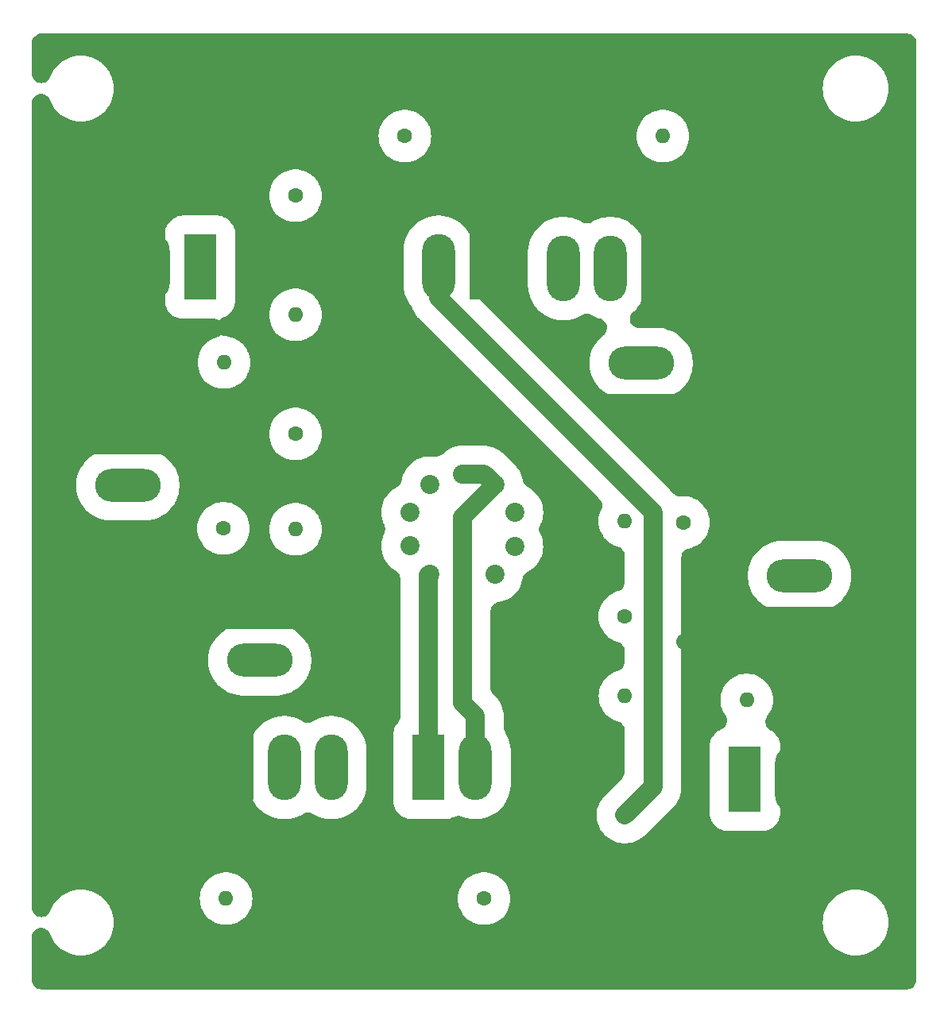
<source format=gbr>
%TF.GenerationSoftware,KiCad,Pcbnew,8.0.3*%
%TF.CreationDate,2024-06-11T18:42:14-07:00*%
%TF.ProjectId,multi-channel-preamp,6d756c74-692d-4636-9861-6e6e656c2d70,rev?*%
%TF.SameCoordinates,Original*%
%TF.FileFunction,Copper,L2,Bot*%
%TF.FilePolarity,Positive*%
%FSLAX46Y46*%
G04 Gerber Fmt 4.6, Leading zero omitted, Abs format (unit mm)*
G04 Created by KiCad (PCBNEW 8.0.3) date 2024-06-11 18:42:14*
%MOMM*%
%LPD*%
G01*
G04 APERTURE LIST*
%TA.AperFunction,ComponentPad*%
%ADD10O,3.500000X7.000000*%
%TD*%
%TA.AperFunction,ComponentPad*%
%ADD11R,3.500000X7.000000*%
%TD*%
%TA.AperFunction,ComponentPad*%
%ADD12O,7.000000X3.500000*%
%TD*%
%TA.AperFunction,ComponentPad*%
%ADD13R,7.000000X3.500000*%
%TD*%
%TA.AperFunction,ComponentPad*%
%ADD14O,1.600000X1.600000*%
%TD*%
%TA.AperFunction,ComponentPad*%
%ADD15C,1.600000*%
%TD*%
%TA.AperFunction,ComponentPad*%
%ADD16C,2.030000*%
%TD*%
%TA.AperFunction,Conductor*%
%ADD17C,2.000000*%
%TD*%
G04 APERTURE END LIST*
D10*
%TO.P,J11,2,Pin_2*%
%TO.N,Net-(J11-Pin_2)*%
X124590000Y-115570000D03*
D11*
%TO.P,J11,1,Pin_1*%
%TO.N,Net-(J11-Pin_1)*%
X119590000Y-115570000D03*
%TD*%
D12*
%TO.P,J10,2,Pin_2*%
%TO.N,Net-(J10-Pin_2)*%
X101600000Y-104140000D03*
D13*
%TO.P,J10,1,Pin_1*%
%TO.N,GND*%
X101600000Y-99140000D03*
%TD*%
D10*
%TO.P,J9,3,Pin_3*%
%TO.N,Net-(J9-Pin_3)*%
X109220000Y-115570000D03*
%TO.P,J9,2,Pin_2*%
%TO.N,Net-(J10-Pin_2)*%
X104220000Y-115570000D03*
D11*
%TO.P,J9,1,Pin_1*%
%TO.N,GND*%
X99220000Y-115570000D03*
%TD*%
D13*
%TO.P,J8,1,Pin_1*%
%TO.N,GND*%
X159116100Y-100120000D03*
D12*
%TO.P,J8,2,Pin_2*%
%TO.N,Net-(J8-Pin_2)*%
X159116100Y-95120000D03*
%TD*%
D11*
%TO.P,J6,1,Pin_1*%
%TO.N,Net-(J6-Pin_1)*%
X153295000Y-116840000D03*
D10*
%TO.P,J6,2,Pin_2*%
%TO.N,GND*%
X158295000Y-116840000D03*
%TD*%
D11*
%TO.P,J5,1,Pin_1*%
%TO.N,GND*%
X125650000Y-62230000D03*
D10*
%TO.P,J5,2,Pin_2*%
%TO.N,Net-(J5-Pin_2)*%
X120650000Y-62230000D03*
%TD*%
D13*
%TO.P,J4,1,Pin_1*%
%TO.N,GND*%
X142240000Y-77470000D03*
D12*
%TO.P,J4,2,Pin_2*%
%TO.N,Net-(J2-Pin_2)*%
X142240000Y-72470000D03*
%TD*%
D13*
%TO.P,J3,1,Pin_1*%
%TO.N,GND*%
X87553500Y-80474000D03*
D12*
%TO.P,J3,2,Pin_2*%
%TO.N,Net-(J3-Pin_2)*%
X87553500Y-85474000D03*
%TD*%
D11*
%TO.P,J2,1,Pin_1*%
%TO.N,GND*%
X143940000Y-62370600D03*
D10*
%TO.P,J2,2,Pin_2*%
%TO.N,Net-(J2-Pin_2)*%
X138940000Y-62370600D03*
%TO.P,J2,3,Pin_3*%
%TO.N,Net-(J2-Pin_3)*%
X133940000Y-62370600D03*
%TD*%
D11*
%TO.P,J1,1,Pin_1*%
%TO.N,Net-(J1-Pin_1)*%
X95250000Y-62230000D03*
D10*
%TO.P,J1,2,Pin_2*%
%TO.N,GND*%
X90250000Y-62230000D03*
%TD*%
D14*
%TO.P,C2,2*%
%TO.N,Net-(J9-Pin_3)*%
X98010000Y-129540000D03*
D15*
%TO.P,C2,1*%
%TO.N,Net-(U1B-A)*%
X125510000Y-129540000D03*
%TD*%
%TO.P,R5,1*%
%TO.N,GND*%
X163644600Y-108356400D03*
D14*
%TO.P,R5,2*%
%TO.N,Net-(J6-Pin_1)*%
X153484600Y-108356400D03*
%TD*%
D15*
%TO.P,R8,1*%
%TO.N,Net-(J5-Pin_2)*%
X140515000Y-120650000D03*
D14*
%TO.P,R8,2*%
%TO.N,Net-(U1B-A)*%
X140515000Y-107950000D03*
%TD*%
D15*
%TO.P,C1,1*%
%TO.N,Net-(U1A-A)*%
X117060000Y-48260000D03*
D14*
%TO.P,C1,2*%
%TO.N,Net-(J2-Pin_3)*%
X144560000Y-48260000D03*
%TD*%
D15*
%TO.P,R1,1*%
%TO.N,Net-(J1-Pin_1)*%
X105410000Y-80010000D03*
D14*
%TO.P,R1,2*%
%TO.N,Net-(U1A-G)*%
X105410000Y-90170000D03*
%TD*%
D15*
%TO.P,R4,1*%
%TO.N,Net-(J5-Pin_2)*%
X105410000Y-54610000D03*
D14*
%TO.P,R4,2*%
%TO.N,Net-(U1A-A)*%
X105410000Y-67310000D03*
%TD*%
D16*
%TO.P,U1,1,A*%
%TO.N,Net-(U1B-A)*%
X126640000Y-94920000D03*
%TO.P,U1,2,G*%
%TO.N,Net-(U1B-G)*%
X128790000Y-91990000D03*
%TO.P,U1,3,K*%
%TO.N,Net-(J8-Pin_2)*%
X128790000Y-88340000D03*
%TO.P,U1,4,F1*%
%TO.N,Net-(J11-Pin_2)*%
X126640000Y-85410000D03*
%TO.P,U1,5,F1*%
X123190000Y-84270000D03*
%TO.P,U1,6,A*%
%TO.N,Net-(U1A-A)*%
X119730000Y-85410000D03*
%TO.P,U1,7,G*%
%TO.N,Net-(U1A-G)*%
X117580000Y-88340000D03*
%TO.P,U1,8,K*%
%TO.N,Net-(J3-Pin_2)*%
X117580000Y-91950000D03*
%TO.P,U1,9,F2*%
%TO.N,Net-(J11-Pin_1)*%
X119730000Y-94920000D03*
%TD*%
D15*
%TO.P,R3,1*%
%TO.N,Net-(J3-Pin_2)*%
X97739200Y-90068400D03*
D14*
%TO.P,R3,2*%
%TO.N,GND*%
X97739200Y-77368400D03*
%TD*%
D15*
%TO.P,R7,1*%
%TO.N,Net-(J8-Pin_2)*%
X146746000Y-89458800D03*
D14*
%TO.P,R7,2*%
%TO.N,GND*%
X146746000Y-102158800D03*
%TD*%
D15*
%TO.P,R2,1*%
%TO.N,GND*%
X87630000Y-72390000D03*
D14*
%TO.P,R2,2*%
%TO.N,Net-(J1-Pin_1)*%
X97790000Y-72390000D03*
%TD*%
D15*
%TO.P,R6,1*%
%TO.N,Net-(J6-Pin_1)*%
X140497600Y-99466400D03*
D14*
%TO.P,R6,2*%
%TO.N,Net-(U1B-G)*%
X140497600Y-89306400D03*
%TD*%
D17*
%TO.N,Net-(J5-Pin_2)*%
X120650000Y-62230000D02*
X120650000Y-65499002D01*
X120650000Y-65499002D02*
X143510000Y-88359002D01*
X143510000Y-88359002D02*
X143510000Y-117655000D01*
X143510000Y-117655000D02*
X140515000Y-120650000D01*
%TO.N,Net-(J11-Pin_2)*%
X124590000Y-115570000D02*
X124590000Y-110070000D01*
X124590000Y-110070000D02*
X123190000Y-108670000D01*
X123190000Y-88860000D02*
X126640000Y-85410000D01*
X123190000Y-108670000D02*
X123190000Y-88860000D01*
%TO.N,Net-(J11-Pin_1)*%
X119590000Y-115570000D02*
X119590000Y-95060000D01*
X119590000Y-95060000D02*
X119730000Y-94920000D01*
%TO.N,Net-(J11-Pin_2)*%
X123190000Y-84270000D02*
X125500000Y-84270000D01*
X125500000Y-84270000D02*
X126640000Y-85410000D01*
%TD*%
%TA.AperFunction,Conductor*%
%TO.N,GND*%
G36*
X170786597Y-37350950D02*
G01*
X170979461Y-37411461D01*
X171156197Y-37509557D01*
X171309568Y-37641222D01*
X171433296Y-37801065D01*
X171522314Y-37982542D01*
X171572980Y-38178224D01*
X171584500Y-38329500D01*
X171584500Y-138200500D01*
X171564050Y-138401597D01*
X171503539Y-138594461D01*
X171405443Y-138771197D01*
X171273778Y-138924568D01*
X171113935Y-139048296D01*
X170932458Y-139137314D01*
X170736776Y-139187980D01*
X170585500Y-139199500D01*
X78334500Y-139199500D01*
X78133403Y-139179050D01*
X77940539Y-139118539D01*
X77763803Y-139020443D01*
X77610432Y-138888778D01*
X77486704Y-138728935D01*
X77397686Y-138547458D01*
X77347020Y-138351776D01*
X77335500Y-138200500D01*
X77335500Y-133653779D01*
X77355950Y-133452682D01*
X77416461Y-133259818D01*
X77514557Y-133083082D01*
X77646222Y-132929711D01*
X77806065Y-132805983D01*
X77987542Y-132716965D01*
X78183224Y-132666299D01*
X78385099Y-132656061D01*
X78584902Y-132686670D01*
X78774454Y-132756872D01*
X78945994Y-132863794D01*
X79092499Y-133003058D01*
X79207972Y-133168962D01*
X79267146Y-133295769D01*
X79347745Y-133505736D01*
X79405512Y-133619111D01*
X79514313Y-133832644D01*
X79514320Y-133832656D01*
X79714145Y-134140361D01*
X79714149Y-134140366D01*
X79945044Y-134425498D01*
X79945046Y-134425500D01*
X79945051Y-134425506D01*
X80204494Y-134684949D01*
X80204499Y-134684953D01*
X80204501Y-134684955D01*
X80489633Y-134915850D01*
X80489638Y-134915854D01*
X80797343Y-135115679D01*
X80797355Y-135115686D01*
X81124262Y-135282254D01*
X81124264Y-135282255D01*
X81466801Y-135413742D01*
X81821206Y-135508705D01*
X82183596Y-135566102D01*
X82550000Y-135585304D01*
X82916404Y-135566102D01*
X83278794Y-135508705D01*
X83633199Y-135413742D01*
X83975736Y-135282255D01*
X84302652Y-135115682D01*
X84610366Y-134915851D01*
X84895506Y-134684949D01*
X85154949Y-134425506D01*
X85385851Y-134140366D01*
X85585682Y-133832652D01*
X85752255Y-133505736D01*
X85883742Y-133163199D01*
X85978705Y-132808794D01*
X86036102Y-132446404D01*
X86055304Y-132080000D01*
X86036102Y-131713596D01*
X85978705Y-131351206D01*
X85883742Y-130996801D01*
X85752255Y-130654264D01*
X85730125Y-130610831D01*
X85585686Y-130327355D01*
X85585679Y-130327343D01*
X85385854Y-130019638D01*
X85385850Y-130019633D01*
X85154955Y-129734501D01*
X85154953Y-129734499D01*
X85154949Y-129734494D01*
X84960455Y-129540000D01*
X95204754Y-129540000D01*
X95223721Y-129865655D01*
X95223722Y-129865669D01*
X95280370Y-130186936D01*
X95322405Y-130327343D01*
X95373931Y-130499451D01*
X95503141Y-130798992D01*
X95503143Y-130798995D01*
X95503145Y-130799000D01*
X95666250Y-131081507D01*
X95666251Y-131081509D01*
X95743960Y-131185889D01*
X95861057Y-131343177D01*
X95861067Y-131343188D01*
X95861070Y-131343191D01*
X96084917Y-131580457D01*
X96084923Y-131580463D01*
X96236964Y-131708040D01*
X96334823Y-131790153D01*
X96607377Y-131969414D01*
X96898899Y-132115822D01*
X97205446Y-132227396D01*
X97522874Y-132302628D01*
X97809016Y-132336073D01*
X97846888Y-132340500D01*
X97846889Y-132340500D01*
X98173112Y-132340500D01*
X98207020Y-132336536D01*
X98497126Y-132302628D01*
X98814554Y-132227396D01*
X99121101Y-132115822D01*
X99412623Y-131969414D01*
X99685177Y-131790153D01*
X99935077Y-131580462D01*
X100158943Y-131343177D01*
X100353749Y-131081508D01*
X100516859Y-130798992D01*
X100646069Y-130499451D01*
X100739630Y-130186934D01*
X100796278Y-129865669D01*
X100815246Y-129540000D01*
X122704754Y-129540000D01*
X122723721Y-129865655D01*
X122723722Y-129865669D01*
X122780370Y-130186936D01*
X122822405Y-130327343D01*
X122873931Y-130499451D01*
X123003141Y-130798992D01*
X123003143Y-130798995D01*
X123003145Y-130799000D01*
X123166250Y-131081507D01*
X123166251Y-131081509D01*
X123243960Y-131185889D01*
X123361057Y-131343177D01*
X123361067Y-131343188D01*
X123361070Y-131343191D01*
X123584917Y-131580457D01*
X123584923Y-131580463D01*
X123736964Y-131708040D01*
X123834823Y-131790153D01*
X124107377Y-131969414D01*
X124398899Y-132115822D01*
X124705446Y-132227396D01*
X125022874Y-132302628D01*
X125309016Y-132336073D01*
X125346888Y-132340500D01*
X125346889Y-132340500D01*
X125673112Y-132340500D01*
X125707020Y-132336536D01*
X125997126Y-132302628D01*
X126314554Y-132227396D01*
X126621101Y-132115822D01*
X126692428Y-132080000D01*
X161594696Y-132080000D01*
X161613897Y-132446398D01*
X161613898Y-132446404D01*
X161671295Y-132808794D01*
X161744791Y-133083082D01*
X161766260Y-133163205D01*
X161897745Y-133505737D01*
X162064313Y-133832644D01*
X162064320Y-133832656D01*
X162264145Y-134140361D01*
X162264149Y-134140366D01*
X162495044Y-134425498D01*
X162495046Y-134425500D01*
X162495051Y-134425506D01*
X162754494Y-134684949D01*
X162754499Y-134684953D01*
X162754501Y-134684955D01*
X163039633Y-134915850D01*
X163039638Y-134915854D01*
X163347343Y-135115679D01*
X163347355Y-135115686D01*
X163674262Y-135282254D01*
X163674264Y-135282255D01*
X164016801Y-135413742D01*
X164371206Y-135508705D01*
X164733596Y-135566102D01*
X165100000Y-135585304D01*
X165466404Y-135566102D01*
X165828794Y-135508705D01*
X166183199Y-135413742D01*
X166525736Y-135282255D01*
X166852652Y-135115682D01*
X167160366Y-134915851D01*
X167445506Y-134684949D01*
X167704949Y-134425506D01*
X167935851Y-134140366D01*
X168135682Y-133832652D01*
X168302255Y-133505736D01*
X168433742Y-133163199D01*
X168528705Y-132808794D01*
X168586102Y-132446404D01*
X168605304Y-132080000D01*
X168586102Y-131713596D01*
X168528705Y-131351206D01*
X168433742Y-130996801D01*
X168302255Y-130654264D01*
X168280125Y-130610831D01*
X168135686Y-130327355D01*
X168135679Y-130327343D01*
X167935854Y-130019638D01*
X167935850Y-130019633D01*
X167704955Y-129734501D01*
X167704953Y-129734499D01*
X167704949Y-129734494D01*
X167445506Y-129475051D01*
X167445500Y-129475046D01*
X167445498Y-129475044D01*
X167160366Y-129244149D01*
X167160361Y-129244145D01*
X166852656Y-129044320D01*
X166852644Y-129044313D01*
X166525737Y-128877745D01*
X166183205Y-128746260D01*
X166183202Y-128746259D01*
X166183199Y-128746258D01*
X165828794Y-128651295D01*
X165466404Y-128593898D01*
X165466398Y-128593897D01*
X165100000Y-128574696D01*
X164733601Y-128593897D01*
X164630716Y-128610192D01*
X164371206Y-128651295D01*
X164016801Y-128746258D01*
X164016794Y-128746260D01*
X163674262Y-128877745D01*
X163347355Y-129044313D01*
X163347343Y-129044320D01*
X163039638Y-129244145D01*
X163039633Y-129244149D01*
X162754501Y-129475044D01*
X162495044Y-129734501D01*
X162264149Y-130019633D01*
X162264145Y-130019638D01*
X162064320Y-130327343D01*
X162064313Y-130327355D01*
X161897745Y-130654262D01*
X161766260Y-130996794D01*
X161766258Y-130996799D01*
X161766258Y-130996801D01*
X161671295Y-131351206D01*
X161658997Y-131428853D01*
X161613897Y-131713601D01*
X161594696Y-132080000D01*
X126692428Y-132080000D01*
X126912623Y-131969414D01*
X127185177Y-131790153D01*
X127435077Y-131580462D01*
X127658943Y-131343177D01*
X127853749Y-131081508D01*
X128016859Y-130798992D01*
X128146069Y-130499451D01*
X128239630Y-130186934D01*
X128296278Y-129865669D01*
X128315246Y-129540000D01*
X128296278Y-129214331D01*
X128239630Y-128893066D01*
X128146069Y-128580549D01*
X128016859Y-128281008D01*
X127853749Y-127998492D01*
X127658943Y-127736823D01*
X127658929Y-127736808D01*
X127435082Y-127499542D01*
X127435076Y-127499536D01*
X127258570Y-127351431D01*
X127185177Y-127289847D01*
X126912626Y-127110588D01*
X126912627Y-127110588D01*
X126621108Y-126964181D01*
X126621104Y-126964179D01*
X126314554Y-126852604D01*
X125997126Y-126777372D01*
X125673112Y-126739500D01*
X125673111Y-126739500D01*
X125346889Y-126739500D01*
X125346888Y-126739500D01*
X125022873Y-126777372D01*
X124705445Y-126852604D01*
X124398895Y-126964179D01*
X124398891Y-126964181D01*
X124107372Y-127110588D01*
X123834824Y-127289846D01*
X123834819Y-127289850D01*
X123584923Y-127499536D01*
X123584917Y-127499542D01*
X123361070Y-127736808D01*
X123361052Y-127736829D01*
X123166251Y-127998490D01*
X123166250Y-127998492D01*
X123003145Y-128280999D01*
X122873929Y-128580554D01*
X122780370Y-128893063D01*
X122723722Y-129214330D01*
X122723721Y-129214344D01*
X122704754Y-129540000D01*
X100815246Y-129540000D01*
X100796278Y-129214331D01*
X100739630Y-128893066D01*
X100646069Y-128580549D01*
X100516859Y-128281008D01*
X100353749Y-127998492D01*
X100158943Y-127736823D01*
X100158929Y-127736808D01*
X99935082Y-127499542D01*
X99935076Y-127499536D01*
X99758570Y-127351431D01*
X99685177Y-127289847D01*
X99412626Y-127110588D01*
X99412627Y-127110588D01*
X99121108Y-126964181D01*
X99121104Y-126964179D01*
X98814554Y-126852604D01*
X98497126Y-126777372D01*
X98173112Y-126739500D01*
X98173111Y-126739500D01*
X97846889Y-126739500D01*
X97846888Y-126739500D01*
X97522873Y-126777372D01*
X97205445Y-126852604D01*
X96898895Y-126964179D01*
X96898891Y-126964181D01*
X96607372Y-127110588D01*
X96334824Y-127289846D01*
X96334819Y-127289850D01*
X96084923Y-127499536D01*
X96084917Y-127499542D01*
X95861070Y-127736808D01*
X95861052Y-127736829D01*
X95666251Y-127998490D01*
X95666250Y-127998492D01*
X95503145Y-128280999D01*
X95373929Y-128580554D01*
X95280370Y-128893063D01*
X95223722Y-129214330D01*
X95223721Y-129214344D01*
X95204754Y-129540000D01*
X84960455Y-129540000D01*
X84895506Y-129475051D01*
X84895500Y-129475046D01*
X84895498Y-129475044D01*
X84610366Y-129244149D01*
X84610361Y-129244145D01*
X84302656Y-129044320D01*
X84302644Y-129044313D01*
X83975737Y-128877745D01*
X83633205Y-128746260D01*
X83633202Y-128746259D01*
X83633199Y-128746258D01*
X83278794Y-128651295D01*
X82916404Y-128593898D01*
X82916398Y-128593897D01*
X82550000Y-128574696D01*
X82183601Y-128593897D01*
X82080716Y-128610192D01*
X81821206Y-128651295D01*
X81466801Y-128746258D01*
X81466794Y-128746260D01*
X81124262Y-128877745D01*
X80797355Y-129044313D01*
X80797343Y-129044320D01*
X80489638Y-129244145D01*
X80489633Y-129244149D01*
X80204501Y-129475044D01*
X79945044Y-129734501D01*
X79714149Y-130019633D01*
X79714145Y-130019638D01*
X79514320Y-130327343D01*
X79514313Y-130327355D01*
X79347745Y-130654263D01*
X79347741Y-130654270D01*
X79267146Y-130864230D01*
X79175988Y-131044642D01*
X79050379Y-131203011D01*
X78895462Y-131332853D01*
X78717579Y-131428853D01*
X78524013Y-131487080D01*
X78322688Y-131505150D01*
X78121847Y-131482324D01*
X77929711Y-131419537D01*
X77754148Y-131319358D01*
X77602344Y-131185889D01*
X77480515Y-131024594D01*
X77393649Y-130842077D01*
X77345300Y-130645810D01*
X77335500Y-130506220D01*
X77335500Y-113635750D01*
X100469500Y-113635750D01*
X100469500Y-117504250D01*
X100490569Y-117718173D01*
X100505619Y-117870981D01*
X100577505Y-118232376D01*
X100577508Y-118232389D01*
X100577510Y-118232396D01*
X100577513Y-118232405D01*
X100684480Y-118585029D01*
X100684480Y-118585030D01*
X100825499Y-118925479D01*
X100825504Y-118925491D01*
X100940937Y-119141449D01*
X100999209Y-119250468D01*
X101203937Y-119556865D01*
X101203943Y-119556872D01*
X101437708Y-119841716D01*
X101698283Y-120102291D01*
X101752279Y-120146604D01*
X101983135Y-120336063D01*
X102289532Y-120540791D01*
X102289534Y-120540792D01*
X102289533Y-120540792D01*
X102614508Y-120714495D01*
X102614516Y-120714498D01*
X102614521Y-120714501D01*
X102954971Y-120855520D01*
X103307604Y-120962490D01*
X103307620Y-120962493D01*
X103307623Y-120962494D01*
X103669018Y-121034380D01*
X103669019Y-121034380D01*
X103669024Y-121034381D01*
X104035750Y-121070500D01*
X104035756Y-121070500D01*
X104404244Y-121070500D01*
X104404250Y-121070500D01*
X104770976Y-121034381D01*
X105132396Y-120962490D01*
X105485029Y-120855520D01*
X105825479Y-120714501D01*
X105825487Y-120714496D01*
X105825491Y-120714495D01*
X106066372Y-120585741D01*
X106150468Y-120540791D01*
X106164982Y-120531092D01*
X106343549Y-120436372D01*
X106537528Y-120379535D01*
X106738977Y-120362909D01*
X106939650Y-120387175D01*
X107131330Y-120451340D01*
X107275017Y-120531092D01*
X107289532Y-120540791D01*
X107289534Y-120540792D01*
X107614508Y-120714495D01*
X107614516Y-120714498D01*
X107614521Y-120714501D01*
X107954971Y-120855520D01*
X108307604Y-120962490D01*
X108307620Y-120962493D01*
X108307623Y-120962494D01*
X108669018Y-121034380D01*
X108669019Y-121034380D01*
X108669024Y-121034381D01*
X109035750Y-121070500D01*
X109035756Y-121070500D01*
X109404244Y-121070500D01*
X109404250Y-121070500D01*
X109770976Y-121034381D01*
X110132396Y-120962490D01*
X110485029Y-120855520D01*
X110825479Y-120714501D01*
X110825487Y-120714496D01*
X110825491Y-120714495D01*
X111150466Y-120540792D01*
X111150465Y-120540792D01*
X111150468Y-120540791D01*
X111456865Y-120336063D01*
X111741719Y-120102289D01*
X112002289Y-119841719D01*
X112236063Y-119556865D01*
X112440791Y-119250468D01*
X112499063Y-119141449D01*
X112614495Y-118925491D01*
X112614496Y-118925487D01*
X112614501Y-118925479D01*
X112755520Y-118585029D01*
X112862490Y-118232396D01*
X112934381Y-117870976D01*
X112970500Y-117504250D01*
X112970500Y-113635750D01*
X112934381Y-113269024D01*
X112862490Y-112907604D01*
X112755520Y-112554971D01*
X112614501Y-112214521D01*
X112614498Y-112214516D01*
X112614495Y-112214508D01*
X112440792Y-111889533D01*
X112370655Y-111784566D01*
X112236063Y-111583135D01*
X112084447Y-111398391D01*
X112002291Y-111298283D01*
X111741716Y-111037708D01*
X111456872Y-110803943D01*
X111456865Y-110803937D01*
X111150468Y-110599209D01*
X111150467Y-110599208D01*
X111150465Y-110599207D01*
X111150466Y-110599207D01*
X110825491Y-110425504D01*
X110825479Y-110425499D01*
X110485030Y-110284480D01*
X110207040Y-110200153D01*
X110132396Y-110177510D01*
X110132389Y-110177508D01*
X110132376Y-110177505D01*
X109770981Y-110105619D01*
X109604282Y-110089201D01*
X109404250Y-110069500D01*
X109035750Y-110069500D01*
X108852387Y-110087559D01*
X108669018Y-110105619D01*
X108307623Y-110177505D01*
X108307607Y-110177509D01*
X108307604Y-110177510D01*
X108307595Y-110177512D01*
X108307594Y-110177513D01*
X107954970Y-110284480D01*
X107954969Y-110284480D01*
X107614520Y-110425499D01*
X107614508Y-110425504D01*
X107289533Y-110599207D01*
X107289531Y-110599208D01*
X107275002Y-110608917D01*
X107096433Y-110703634D01*
X106902453Y-110760468D01*
X106701003Y-110777089D01*
X106500331Y-110752819D01*
X106308652Y-110688651D01*
X106164998Y-110608917D01*
X106150468Y-110599208D01*
X106150466Y-110599207D01*
X105825491Y-110425504D01*
X105825479Y-110425499D01*
X105485030Y-110284480D01*
X105207040Y-110200153D01*
X105132396Y-110177510D01*
X105132389Y-110177508D01*
X105132376Y-110177505D01*
X104770981Y-110105619D01*
X104604282Y-110089201D01*
X104404250Y-110069500D01*
X104035750Y-110069500D01*
X103852387Y-110087559D01*
X103669018Y-110105619D01*
X103307623Y-110177505D01*
X103307607Y-110177509D01*
X103307604Y-110177510D01*
X103307595Y-110177512D01*
X103307594Y-110177513D01*
X102954970Y-110284480D01*
X102954969Y-110284480D01*
X102614520Y-110425499D01*
X102614508Y-110425504D01*
X102289533Y-110599207D01*
X101983136Y-110803936D01*
X101983127Y-110803943D01*
X101698283Y-111037708D01*
X101437708Y-111298283D01*
X101203943Y-111583127D01*
X101203936Y-111583136D01*
X100999207Y-111889533D01*
X100825504Y-112214508D01*
X100825499Y-112214520D01*
X100684480Y-112554969D01*
X100684480Y-112554970D01*
X100577513Y-112907594D01*
X100577505Y-112907623D01*
X100505619Y-113269018D01*
X100487559Y-113452387D01*
X100469500Y-113635750D01*
X77335500Y-113635750D01*
X77335500Y-103955750D01*
X96099500Y-103955750D01*
X96099500Y-104324250D01*
X96115275Y-104484415D01*
X96135619Y-104690981D01*
X96207505Y-105052376D01*
X96207508Y-105052389D01*
X96207510Y-105052396D01*
X96207513Y-105052405D01*
X96314480Y-105405029D01*
X96314480Y-105405030D01*
X96455499Y-105745479D01*
X96455504Y-105745491D01*
X96629207Y-106070466D01*
X96765073Y-106273804D01*
X96833937Y-106376865D01*
X96833943Y-106376872D01*
X97067708Y-106661716D01*
X97067711Y-106661719D01*
X97328281Y-106922289D01*
X97613135Y-107156063D01*
X97919532Y-107360791D01*
X97919534Y-107360792D01*
X97919533Y-107360792D01*
X98244508Y-107534495D01*
X98244516Y-107534498D01*
X98244521Y-107534501D01*
X98584971Y-107675520D01*
X98937604Y-107782490D01*
X98937620Y-107782493D01*
X98937623Y-107782494D01*
X99299018Y-107854380D01*
X99299019Y-107854380D01*
X99299024Y-107854381D01*
X99665750Y-107890500D01*
X99665756Y-107890500D01*
X103534244Y-107890500D01*
X103534250Y-107890500D01*
X103900976Y-107854381D01*
X104262396Y-107782490D01*
X104615029Y-107675520D01*
X104955479Y-107534501D01*
X104955487Y-107534496D01*
X104955491Y-107534495D01*
X105280466Y-107360792D01*
X105280465Y-107360792D01*
X105280468Y-107360791D01*
X105586865Y-107156063D01*
X105871719Y-106922289D01*
X106132289Y-106661719D01*
X106366063Y-106376865D01*
X106570791Y-106070468D01*
X106725740Y-105780579D01*
X106744495Y-105745491D01*
X106744496Y-105745487D01*
X106744501Y-105745479D01*
X106885520Y-105405029D01*
X106992490Y-105052396D01*
X107064381Y-104690976D01*
X107100500Y-104324250D01*
X107100500Y-103955750D01*
X107064381Y-103589024D01*
X106992490Y-103227604D01*
X106885520Y-102874971D01*
X106744501Y-102534521D01*
X106744498Y-102534516D01*
X106744495Y-102534508D01*
X106570792Y-102209533D01*
X106458998Y-102042222D01*
X106366063Y-101903135D01*
X106132289Y-101618281D01*
X105871719Y-101357711D01*
X105871716Y-101357708D01*
X105586872Y-101123943D01*
X105586865Y-101123937D01*
X105280468Y-100919209D01*
X105280467Y-100919208D01*
X105280465Y-100919207D01*
X105280466Y-100919207D01*
X104955491Y-100745504D01*
X104955479Y-100745499D01*
X104615030Y-100604480D01*
X104428424Y-100547874D01*
X104262396Y-100497510D01*
X104262389Y-100497508D01*
X104262376Y-100497505D01*
X103900981Y-100425619D01*
X103734282Y-100409201D01*
X103534250Y-100389500D01*
X99665750Y-100389500D01*
X99482387Y-100407559D01*
X99299018Y-100425619D01*
X98937623Y-100497505D01*
X98937607Y-100497509D01*
X98937604Y-100497510D01*
X98937595Y-100497512D01*
X98937594Y-100497513D01*
X98584970Y-100604480D01*
X98584969Y-100604480D01*
X98244520Y-100745499D01*
X98244508Y-100745504D01*
X97919533Y-100919207D01*
X97613136Y-101123936D01*
X97613127Y-101123943D01*
X97328283Y-101357708D01*
X97067708Y-101618283D01*
X96833943Y-101903127D01*
X96833936Y-101903136D01*
X96629207Y-102209533D01*
X96455504Y-102534508D01*
X96455499Y-102534520D01*
X96314480Y-102874969D01*
X96314480Y-102874970D01*
X96207513Y-103227594D01*
X96207505Y-103227623D01*
X96135619Y-103589018D01*
X96117559Y-103772387D01*
X96099500Y-103955750D01*
X77335500Y-103955750D01*
X77335500Y-90068400D01*
X94933954Y-90068400D01*
X94952921Y-90394055D01*
X94952922Y-90394069D01*
X95009570Y-90715336D01*
X95103129Y-91027845D01*
X95103131Y-91027851D01*
X95232341Y-91327392D01*
X95232343Y-91327395D01*
X95232345Y-91327400D01*
X95395450Y-91609907D01*
X95395451Y-91609909D01*
X95489185Y-91735814D01*
X95590257Y-91871577D01*
X95590267Y-91871588D01*
X95590270Y-91871591D01*
X95814117Y-92108857D01*
X95814123Y-92108863D01*
X95948274Y-92221428D01*
X96064023Y-92318553D01*
X96336577Y-92497814D01*
X96628099Y-92644222D01*
X96934646Y-92755796D01*
X97252074Y-92831028D01*
X97538216Y-92864473D01*
X97576088Y-92868900D01*
X97576089Y-92868900D01*
X97902312Y-92868900D01*
X97936220Y-92864936D01*
X98226326Y-92831028D01*
X98543754Y-92755796D01*
X98850301Y-92644222D01*
X99141823Y-92497814D01*
X99414377Y-92318553D01*
X99664277Y-92108862D01*
X99668924Y-92103937D01*
X99772836Y-91993796D01*
X99888143Y-91871577D01*
X100082949Y-91609908D01*
X100246059Y-91327392D01*
X100375269Y-91027851D01*
X100468830Y-90715334D01*
X100525478Y-90394069D01*
X100538528Y-90170000D01*
X102604754Y-90170000D01*
X102623721Y-90495655D01*
X102623722Y-90495669D01*
X102680370Y-90816936D01*
X102743512Y-91027845D01*
X102773931Y-91129451D01*
X102903141Y-91428992D01*
X102903143Y-91428995D01*
X102903145Y-91429000D01*
X103066250Y-91711507D01*
X103066251Y-91711509D01*
X103084346Y-91735814D01*
X103261057Y-91973177D01*
X103261067Y-91973188D01*
X103261070Y-91973191D01*
X103484917Y-92210457D01*
X103484923Y-92210463D01*
X103613736Y-92318549D01*
X103734823Y-92420153D01*
X104007377Y-92599414D01*
X104298899Y-92745822D01*
X104605446Y-92857396D01*
X104922874Y-92932628D01*
X105209016Y-92966073D01*
X105246888Y-92970500D01*
X105246889Y-92970500D01*
X105573112Y-92970500D01*
X105607020Y-92966536D01*
X105897126Y-92932628D01*
X106214554Y-92857396D01*
X106521101Y-92745822D01*
X106812623Y-92599414D01*
X107085177Y-92420153D01*
X107335077Y-92210462D01*
X107558943Y-91973177D01*
X107753749Y-91711508D01*
X107916859Y-91428992D01*
X108046069Y-91129451D01*
X108139630Y-90816934D01*
X108196278Y-90495669D01*
X108215246Y-90170000D01*
X108196278Y-89844331D01*
X108139630Y-89523066D01*
X108046069Y-89210549D01*
X107916859Y-88911008D01*
X107858200Y-88809408D01*
X107753749Y-88628492D01*
X107753748Y-88628490D01*
X107558947Y-88366829D01*
X107558943Y-88366823D01*
X107533637Y-88340000D01*
X107533630Y-88339993D01*
X114559749Y-88339993D01*
X114559749Y-88340006D01*
X114578739Y-88678155D01*
X114635471Y-89012061D01*
X114635474Y-89012072D01*
X114729235Y-89337527D01*
X114858847Y-89650436D01*
X114865114Y-89661775D01*
X114944488Y-89847673D01*
X114984817Y-90045744D01*
X114984449Y-90247878D01*
X114943399Y-90445800D01*
X114865114Y-90628225D01*
X114858847Y-90639563D01*
X114729235Y-90952472D01*
X114635474Y-91277927D01*
X114635471Y-91277938D01*
X114578739Y-91611844D01*
X114559749Y-91949993D01*
X114559749Y-91950006D01*
X114578739Y-92288155D01*
X114635471Y-92622061D01*
X114635472Y-92622067D01*
X114635473Y-92622069D01*
X114646997Y-92662069D01*
X114729235Y-92947527D01*
X114858847Y-93260436D01*
X114858849Y-93260440D01*
X115022678Y-93556867D01*
X115022679Y-93556869D01*
X115218676Y-93833100D01*
X115218677Y-93833101D01*
X115254423Y-93873101D01*
X115444360Y-94085640D01*
X115444369Y-94085648D01*
X115444373Y-94085652D01*
X115696898Y-94311322D01*
X115696899Y-94311323D01*
X115696901Y-94311324D01*
X115696904Y-94311327D01*
X115753279Y-94351327D01*
X115973130Y-94507320D01*
X115973132Y-94507321D01*
X116073731Y-94562920D01*
X116239845Y-94678091D01*
X116379374Y-94824344D01*
X116486607Y-94995690D01*
X116557153Y-95185114D01*
X116588124Y-95384861D01*
X116589500Y-95437270D01*
X116589500Y-110077895D01*
X116569050Y-110278992D01*
X116508539Y-110471856D01*
X116410443Y-110648592D01*
X116345495Y-110732100D01*
X116324259Y-110756607D01*
X116152776Y-110985682D01*
X116152772Y-110985688D01*
X116015631Y-111236841D01*
X116015629Y-111236845D01*
X115915631Y-111504952D01*
X115915628Y-111504961D01*
X115883474Y-111652776D01*
X115854804Y-111784572D01*
X115839500Y-111998552D01*
X115839500Y-119141448D01*
X115854804Y-119355428D01*
X115854804Y-119355432D01*
X115854805Y-119355433D01*
X115915628Y-119635038D01*
X115915631Y-119635047D01*
X116015629Y-119903154D01*
X116015631Y-119903158D01*
X116106516Y-120069600D01*
X116152774Y-120154315D01*
X116324261Y-120383395D01*
X116526605Y-120585739D01*
X116755685Y-120757226D01*
X117006839Y-120894367D01*
X117006841Y-120894368D01*
X117006845Y-120894370D01*
X117189483Y-120962490D01*
X117274954Y-120994369D01*
X117274956Y-120994369D01*
X117274961Y-120994371D01*
X117388815Y-121019137D01*
X117554572Y-121055196D01*
X117768552Y-121070500D01*
X117768565Y-121070500D01*
X121411435Y-121070500D01*
X121411448Y-121070500D01*
X121625428Y-121055196D01*
X121843080Y-121007848D01*
X121905038Y-120994371D01*
X121905040Y-120994370D01*
X121905046Y-120994369D01*
X122144551Y-120905038D01*
X122173151Y-120894371D01*
X122173152Y-120894370D01*
X122173161Y-120894367D01*
X122290970Y-120830037D01*
X122477255Y-120751615D01*
X122675528Y-120712294D01*
X122877657Y-120713689D01*
X123075368Y-120755744D01*
X123152028Y-120783884D01*
X123235597Y-120818500D01*
X123324958Y-120855515D01*
X123324962Y-120855516D01*
X123324971Y-120855520D01*
X123677604Y-120962490D01*
X123677620Y-120962493D01*
X123677623Y-120962494D01*
X124039018Y-121034380D01*
X124039019Y-121034380D01*
X124039024Y-121034381D01*
X124405750Y-121070500D01*
X124405756Y-121070500D01*
X124774244Y-121070500D01*
X124774250Y-121070500D01*
X125140976Y-121034381D01*
X125502396Y-120962490D01*
X125855029Y-120855520D01*
X126195479Y-120714501D01*
X126195487Y-120714496D01*
X126195491Y-120714495D01*
X126520466Y-120540792D01*
X126520465Y-120540792D01*
X126520468Y-120540791D01*
X126826865Y-120336063D01*
X127111719Y-120102289D01*
X127372289Y-119841719D01*
X127606063Y-119556865D01*
X127810791Y-119250468D01*
X127869063Y-119141449D01*
X127984495Y-118925491D01*
X127984496Y-118925487D01*
X127984501Y-118925479D01*
X128125520Y-118585029D01*
X128232490Y-118232396D01*
X128304381Y-117870976D01*
X128340500Y-117504250D01*
X128340500Y-113635750D01*
X128304381Y-113269024D01*
X128232490Y-112907604D01*
X128125520Y-112554971D01*
X127984501Y-112214521D01*
X127984498Y-112214516D01*
X127984495Y-112214508D01*
X127810792Y-111889533D01*
X127810788Y-111889527D01*
X127758861Y-111811812D01*
X127664141Y-111633244D01*
X127607305Y-111439265D01*
X127590500Y-111256799D01*
X127590500Y-109901497D01*
X127590499Y-109901490D01*
X127590095Y-109897908D01*
X127573788Y-109753177D01*
X127552767Y-109566606D01*
X127477776Y-109238046D01*
X127366469Y-108919949D01*
X127220246Y-108616314D01*
X127092948Y-108413721D01*
X127040945Y-108330959D01*
X126996853Y-108275670D01*
X126996850Y-108275667D01*
X126996841Y-108275655D01*
X126830825Y-108067477D01*
X126592523Y-107829175D01*
X126483100Y-107719752D01*
X126355363Y-107563094D01*
X126261776Y-107383931D01*
X126206169Y-107189595D01*
X126190500Y-107013352D01*
X126190500Y-98898668D01*
X126210950Y-98697571D01*
X126271461Y-98504707D01*
X126369557Y-98327971D01*
X126501222Y-98174600D01*
X126661065Y-98050872D01*
X126842542Y-97961854D01*
X127022150Y-97913785D01*
X127312069Y-97864527D01*
X127637526Y-97770765D01*
X127950438Y-97641152D01*
X128246870Y-97477320D01*
X128523096Y-97281327D01*
X128775640Y-97055640D01*
X129001327Y-96803096D01*
X129197320Y-96526870D01*
X129361152Y-96230438D01*
X129490765Y-95917526D01*
X129584527Y-95592069D01*
X129615659Y-95408837D01*
X129669504Y-95214008D01*
X129761466Y-95034004D01*
X129887780Y-94876197D01*
X130043275Y-94747048D01*
X130117293Y-94701836D01*
X130396870Y-94547320D01*
X130673096Y-94351327D01*
X130925640Y-94125640D01*
X131151327Y-93873096D01*
X131347320Y-93596870D01*
X131511152Y-93300438D01*
X131640765Y-92987526D01*
X131734527Y-92662069D01*
X131791260Y-92328161D01*
X131803852Y-92103937D01*
X131810251Y-91990006D01*
X131810251Y-91989993D01*
X131794611Y-91711507D01*
X131791260Y-91651839D01*
X131734527Y-91317931D01*
X131640765Y-90992474D01*
X131511152Y-90679562D01*
X131493836Y-90648231D01*
X131414464Y-90462349D01*
X131374130Y-90264280D01*
X131374494Y-90062146D01*
X131415539Y-89864223D01*
X131493836Y-89681768D01*
X131511152Y-89650438D01*
X131640765Y-89337526D01*
X131734527Y-89012069D01*
X131791260Y-88678161D01*
X131801824Y-88490056D01*
X131810251Y-88340006D01*
X131810251Y-88339993D01*
X131792726Y-88027942D01*
X131791260Y-88001839D01*
X131734527Y-87667931D01*
X131640765Y-87342474D01*
X131511152Y-87029562D01*
X131347320Y-86733130D01*
X131151327Y-86456904D01*
X131151322Y-86456898D01*
X130925652Y-86204373D01*
X130925648Y-86204369D01*
X130925640Y-86204360D01*
X130925630Y-86204351D01*
X130925626Y-86204347D01*
X130673101Y-85978677D01*
X130673100Y-85978676D01*
X130396875Y-85782683D01*
X130396870Y-85782680D01*
X130117303Y-85628169D01*
X129951196Y-85513000D01*
X129811667Y-85366747D01*
X129704435Y-85195401D01*
X129633890Y-85005976D01*
X129615659Y-84921162D01*
X129584528Y-84737938D01*
X129584527Y-84737931D01*
X129490765Y-84412474D01*
X129361152Y-84099562D01*
X129197320Y-83803130D01*
X129001327Y-83526904D01*
X128775640Y-83274360D01*
X128775630Y-83274351D01*
X128775626Y-83274347D01*
X128533895Y-83058323D01*
X128493176Y-83019827D01*
X127502524Y-82029176D01*
X127465556Y-81999695D01*
X127429377Y-81970843D01*
X127429366Y-81970835D01*
X127388794Y-81938480D01*
X127239039Y-81819054D01*
X127132987Y-81752416D01*
X126953687Y-81639754D01*
X126764916Y-81548847D01*
X126650051Y-81493531D01*
X126650047Y-81493529D01*
X126650046Y-81493529D01*
X126331962Y-81382226D01*
X126331944Y-81382221D01*
X126003395Y-81307233D01*
X125668519Y-81269501D01*
X125668508Y-81269500D01*
X125668505Y-81269500D01*
X125668504Y-81269500D01*
X125668501Y-81269500D01*
X123569729Y-81269500D01*
X123513715Y-81267928D01*
X123190008Y-81249749D01*
X123189993Y-81249749D01*
X122851844Y-81268739D01*
X122517938Y-81325471D01*
X122517927Y-81325474D01*
X122192472Y-81419235D01*
X121879563Y-81548847D01*
X121879559Y-81548849D01*
X121583132Y-81712678D01*
X121583130Y-81712679D01*
X121306899Y-81908676D01*
X121306898Y-81908677D01*
X121054357Y-82134361D01*
X121041525Y-82147194D01*
X120884866Y-82274929D01*
X120705700Y-82368514D01*
X120511364Y-82424117D01*
X120309813Y-82439463D01*
X120167798Y-82425669D01*
X120068155Y-82408739D01*
X119730007Y-82389749D01*
X119729993Y-82389749D01*
X119391844Y-82408739D01*
X119057938Y-82465471D01*
X119057927Y-82465474D01*
X118732472Y-82559235D01*
X118419563Y-82688847D01*
X118419559Y-82688849D01*
X118123132Y-82852678D01*
X118123130Y-82852679D01*
X117846899Y-83048676D01*
X117846898Y-83048677D01*
X117594373Y-83274347D01*
X117594347Y-83274373D01*
X117368677Y-83526898D01*
X117368676Y-83526899D01*
X117172679Y-83803130D01*
X117172678Y-83803132D01*
X117008849Y-84099559D01*
X117008847Y-84099563D01*
X116879235Y-84412472D01*
X116785474Y-84737927D01*
X116785473Y-84737929D01*
X116754340Y-84921166D01*
X116700493Y-85115996D01*
X116608530Y-85295999D01*
X116482215Y-85453806D01*
X116326719Y-85582954D01*
X116252691Y-85628172D01*
X115973127Y-85782681D01*
X115696899Y-85978676D01*
X115696898Y-85978677D01*
X115444373Y-86204347D01*
X115444347Y-86204373D01*
X115218677Y-86456898D01*
X115218676Y-86456899D01*
X115022679Y-86733130D01*
X115022678Y-86733132D01*
X114858849Y-87029559D01*
X114858847Y-87029563D01*
X114729235Y-87342472D01*
X114635474Y-87667927D01*
X114635471Y-87667938D01*
X114578739Y-88001844D01*
X114559749Y-88339993D01*
X107533630Y-88339993D01*
X107335082Y-88129542D01*
X107335076Y-88129536D01*
X107158570Y-87981431D01*
X107085177Y-87919847D01*
X106812626Y-87740588D01*
X106812627Y-87740588D01*
X106521108Y-87594181D01*
X106521104Y-87594179D01*
X106214554Y-87482604D01*
X105897126Y-87407372D01*
X105573112Y-87369500D01*
X105573111Y-87369500D01*
X105246889Y-87369500D01*
X105246888Y-87369500D01*
X104922873Y-87407372D01*
X104605445Y-87482604D01*
X104298895Y-87594179D01*
X104298891Y-87594181D01*
X104007372Y-87740588D01*
X103734824Y-87919846D01*
X103734819Y-87919850D01*
X103484923Y-88129536D01*
X103484917Y-88129542D01*
X103261070Y-88366808D01*
X103261052Y-88366829D01*
X103066251Y-88628490D01*
X103066250Y-88628492D01*
X102903145Y-88910999D01*
X102903141Y-88911007D01*
X102903141Y-88911008D01*
X102783494Y-89188381D01*
X102773929Y-89210554D01*
X102680370Y-89523063D01*
X102623722Y-89844330D01*
X102623721Y-89844344D01*
X102604754Y-90170000D01*
X100538528Y-90170000D01*
X100544446Y-90068400D01*
X100525478Y-89742731D01*
X100468830Y-89421466D01*
X100375269Y-89108949D01*
X100246059Y-88809408D01*
X100082949Y-88526892D01*
X99888143Y-88265223D01*
X99879714Y-88256289D01*
X99664282Y-88027942D01*
X99664276Y-88027936D01*
X99425529Y-87827605D01*
X99414377Y-87818247D01*
X99141826Y-87638988D01*
X99141827Y-87638988D01*
X98850308Y-87492581D01*
X98850304Y-87492579D01*
X98543754Y-87381004D01*
X98226326Y-87305772D01*
X97902312Y-87267900D01*
X97902311Y-87267900D01*
X97576089Y-87267900D01*
X97576088Y-87267900D01*
X97252073Y-87305772D01*
X96934645Y-87381004D01*
X96628095Y-87492579D01*
X96628091Y-87492581D01*
X96336572Y-87638988D01*
X96064024Y-87818246D01*
X96064019Y-87818250D01*
X95814123Y-88027936D01*
X95814117Y-88027942D01*
X95590270Y-88265208D01*
X95590252Y-88265229D01*
X95395451Y-88526890D01*
X95395450Y-88526892D01*
X95232345Y-88809399D01*
X95103129Y-89108954D01*
X95009570Y-89421463D01*
X94952922Y-89742730D01*
X94952921Y-89742744D01*
X94933954Y-90068400D01*
X77335500Y-90068400D01*
X77335500Y-85289750D01*
X82053000Y-85289750D01*
X82053000Y-85658250D01*
X82074069Y-85872173D01*
X82089119Y-86024981D01*
X82161005Y-86386376D01*
X82161008Y-86386389D01*
X82161010Y-86386396D01*
X82266191Y-86733130D01*
X82267980Y-86739029D01*
X82267980Y-86739030D01*
X82408999Y-87079479D01*
X82409004Y-87079491D01*
X82582707Y-87404466D01*
X82641582Y-87492578D01*
X82787437Y-87710865D01*
X82811830Y-87740588D01*
X83021208Y-87995716D01*
X83281783Y-88256291D01*
X83292667Y-88265223D01*
X83566635Y-88490063D01*
X83873032Y-88694791D01*
X83873034Y-88694792D01*
X83873033Y-88694792D01*
X84198008Y-88868495D01*
X84198016Y-88868498D01*
X84198021Y-88868501D01*
X84538471Y-89009520D01*
X84891104Y-89116490D01*
X84891120Y-89116493D01*
X84891123Y-89116494D01*
X85252518Y-89188380D01*
X85252519Y-89188380D01*
X85252524Y-89188381D01*
X85619250Y-89224500D01*
X85619256Y-89224500D01*
X89487744Y-89224500D01*
X89487750Y-89224500D01*
X89854476Y-89188381D01*
X90215896Y-89116490D01*
X90568529Y-89009520D01*
X90908979Y-88868501D01*
X90908987Y-88868496D01*
X90908991Y-88868495D01*
X91233966Y-88694792D01*
X91233965Y-88694792D01*
X91233968Y-88694791D01*
X91540365Y-88490063D01*
X91825219Y-88256289D01*
X92085789Y-87995719D01*
X92319563Y-87710865D01*
X92524291Y-87404468D01*
X92597288Y-87267900D01*
X92697995Y-87079491D01*
X92697996Y-87079487D01*
X92698001Y-87079479D01*
X92839020Y-86739029D01*
X92945990Y-86386396D01*
X93017881Y-86024976D01*
X93054000Y-85658250D01*
X93054000Y-85289750D01*
X93017881Y-84923024D01*
X93017880Y-84923018D01*
X92945994Y-84561623D01*
X92945993Y-84561620D01*
X92945990Y-84561604D01*
X92839020Y-84208971D01*
X92698001Y-83868521D01*
X92697998Y-83868516D01*
X92697995Y-83868508D01*
X92524292Y-83543533D01*
X92456358Y-83441864D01*
X92319563Y-83237135D01*
X92164899Y-83048677D01*
X92085791Y-82952283D01*
X91825216Y-82691708D01*
X91549549Y-82465474D01*
X91540365Y-82457937D01*
X91233968Y-82253209D01*
X91233967Y-82253208D01*
X91233965Y-82253207D01*
X91233966Y-82253207D01*
X90908991Y-82079504D01*
X90908979Y-82079499D01*
X90568530Y-81938480D01*
X90381924Y-81881874D01*
X90215896Y-81831510D01*
X90215889Y-81831508D01*
X90215876Y-81831505D01*
X89854481Y-81759619D01*
X89687782Y-81743201D01*
X89487750Y-81723500D01*
X85619250Y-81723500D01*
X85435887Y-81741559D01*
X85252518Y-81759619D01*
X84891123Y-81831505D01*
X84891107Y-81831509D01*
X84891104Y-81831510D01*
X84891095Y-81831512D01*
X84891094Y-81831513D01*
X84538470Y-81938480D01*
X84538469Y-81938480D01*
X84198020Y-82079499D01*
X84198008Y-82079504D01*
X83873033Y-82253207D01*
X83566636Y-82457936D01*
X83566627Y-82457943D01*
X83281783Y-82691708D01*
X83021208Y-82952283D01*
X82787443Y-83237127D01*
X82787436Y-83237136D01*
X82582707Y-83543533D01*
X82409004Y-83868508D01*
X82408999Y-83868520D01*
X82267980Y-84208969D01*
X82267980Y-84208970D01*
X82161013Y-84561594D01*
X82161005Y-84561623D01*
X82089119Y-84923018D01*
X82080949Y-85005976D01*
X82053000Y-85289750D01*
X77335500Y-85289750D01*
X77335500Y-80010000D01*
X102604754Y-80010000D01*
X102623721Y-80335655D01*
X102623722Y-80335669D01*
X102680370Y-80656936D01*
X102773929Y-80969445D01*
X102773931Y-80969451D01*
X102903141Y-81268992D01*
X102903143Y-81268995D01*
X102903145Y-81269000D01*
X103066250Y-81551507D01*
X103066251Y-81551509D01*
X103194295Y-81723500D01*
X103261057Y-81813177D01*
X103261067Y-81813188D01*
X103261070Y-81813191D01*
X103484917Y-82050457D01*
X103484923Y-82050463D01*
X103636964Y-82178040D01*
X103734823Y-82260153D01*
X104007377Y-82439414D01*
X104298899Y-82585822D01*
X104605446Y-82697396D01*
X104922874Y-82772628D01*
X105209016Y-82806073D01*
X105246888Y-82810500D01*
X105246889Y-82810500D01*
X105573112Y-82810500D01*
X105607020Y-82806536D01*
X105897126Y-82772628D01*
X106214554Y-82697396D01*
X106521101Y-82585822D01*
X106812623Y-82439414D01*
X107085177Y-82260153D01*
X107335077Y-82050462D01*
X107558943Y-81813177D01*
X107753749Y-81551508D01*
X107916859Y-81268992D01*
X108046069Y-80969451D01*
X108139630Y-80656934D01*
X108196278Y-80335669D01*
X108215246Y-80010000D01*
X108196278Y-79684331D01*
X108139630Y-79363066D01*
X108046069Y-79050549D01*
X107916859Y-78751008D01*
X107753749Y-78468492D01*
X107558943Y-78206823D01*
X107558929Y-78206808D01*
X107335082Y-77969542D01*
X107335076Y-77969536D01*
X107158570Y-77821431D01*
X107085177Y-77759847D01*
X106812626Y-77580588D01*
X106812627Y-77580588D01*
X106521108Y-77434181D01*
X106521104Y-77434179D01*
X106214554Y-77322604D01*
X105897126Y-77247372D01*
X105573112Y-77209500D01*
X105573111Y-77209500D01*
X105246889Y-77209500D01*
X105246888Y-77209500D01*
X104922873Y-77247372D01*
X104605445Y-77322604D01*
X104298895Y-77434179D01*
X104298891Y-77434181D01*
X104007372Y-77580588D01*
X103734824Y-77759846D01*
X103734819Y-77759850D01*
X103484923Y-77969536D01*
X103484917Y-77969542D01*
X103261070Y-78206808D01*
X103261052Y-78206829D01*
X103066251Y-78468490D01*
X103066250Y-78468492D01*
X102903145Y-78750999D01*
X102773929Y-79050554D01*
X102680370Y-79363063D01*
X102623722Y-79684330D01*
X102623721Y-79684344D01*
X102604754Y-80010000D01*
X77335500Y-80010000D01*
X77335500Y-72390000D01*
X94984754Y-72390000D01*
X95003721Y-72715655D01*
X95003722Y-72715669D01*
X95060370Y-73036936D01*
X95153929Y-73349445D01*
X95153931Y-73349451D01*
X95283141Y-73648992D01*
X95283143Y-73648995D01*
X95283145Y-73649000D01*
X95446250Y-73931507D01*
X95446251Y-73931509D01*
X95553434Y-74075479D01*
X95641057Y-74193177D01*
X95641067Y-74193188D01*
X95641070Y-74193191D01*
X95864917Y-74430457D01*
X95864923Y-74430463D01*
X96016964Y-74558040D01*
X96114823Y-74640153D01*
X96387377Y-74819414D01*
X96678899Y-74965822D01*
X96985446Y-75077396D01*
X97302874Y-75152628D01*
X97589016Y-75186073D01*
X97626888Y-75190500D01*
X97626889Y-75190500D01*
X97953112Y-75190500D01*
X97987020Y-75186536D01*
X98277126Y-75152628D01*
X98594554Y-75077396D01*
X98901101Y-74965822D01*
X99192623Y-74819414D01*
X99465177Y-74640153D01*
X99715077Y-74430462D01*
X99938943Y-74193177D01*
X100133749Y-73931508D01*
X100296859Y-73648992D01*
X100426069Y-73349451D01*
X100519630Y-73036934D01*
X100576278Y-72715669D01*
X100595246Y-72390000D01*
X100576278Y-72064331D01*
X100519630Y-71743066D01*
X100426069Y-71430549D01*
X100296859Y-71131008D01*
X100133749Y-70848492D01*
X99938943Y-70586823D01*
X99938929Y-70586808D01*
X99715082Y-70349542D01*
X99715076Y-70349536D01*
X99538570Y-70201431D01*
X99465177Y-70139847D01*
X99192626Y-69960588D01*
X99192627Y-69960588D01*
X98901108Y-69814181D01*
X98901104Y-69814179D01*
X98594554Y-69702604D01*
X98277126Y-69627372D01*
X97953112Y-69589500D01*
X97953111Y-69589500D01*
X97913843Y-69589500D01*
X97712746Y-69569050D01*
X97519882Y-69508539D01*
X97434949Y-69461397D01*
X97410138Y-69487499D01*
X97244234Y-69602972D01*
X97058481Y-69682685D01*
X96989805Y-69701570D01*
X96989211Y-69701711D01*
X96985446Y-69702603D01*
X96678895Y-69814179D01*
X96678891Y-69814181D01*
X96387372Y-69960588D01*
X96114824Y-70139846D01*
X96114819Y-70139850D01*
X95864923Y-70349536D01*
X95864917Y-70349542D01*
X95641070Y-70586808D01*
X95641052Y-70586829D01*
X95446251Y-70848490D01*
X95446250Y-70848492D01*
X95283145Y-71130999D01*
X95153929Y-71430554D01*
X95060370Y-71743063D01*
X95003722Y-72064330D01*
X95003721Y-72064344D01*
X94984754Y-72390000D01*
X77335500Y-72390000D01*
X77335500Y-58658552D01*
X91499500Y-58658552D01*
X91499500Y-65801448D01*
X91514804Y-66015428D01*
X91514804Y-66015432D01*
X91514805Y-66015433D01*
X91575628Y-66295038D01*
X91575631Y-66295047D01*
X91675629Y-66563154D01*
X91675631Y-66563158D01*
X91718855Y-66642316D01*
X91812774Y-66814315D01*
X91984261Y-67043395D01*
X92186605Y-67245739D01*
X92415685Y-67417226D01*
X92594929Y-67515101D01*
X92666841Y-67554368D01*
X92666845Y-67554370D01*
X92867925Y-67629368D01*
X92934954Y-67654369D01*
X92934956Y-67654369D01*
X92934961Y-67654371D01*
X93048815Y-67679137D01*
X93214572Y-67715196D01*
X93428552Y-67730500D01*
X93428565Y-67730500D01*
X96759417Y-67730500D01*
X96960514Y-67750950D01*
X97153378Y-67811461D01*
X97238310Y-67858602D01*
X97263122Y-67832501D01*
X97429026Y-67717028D01*
X97564730Y-67654487D01*
X97833154Y-67554370D01*
X97833158Y-67554368D01*
X97833157Y-67554368D01*
X97833161Y-67554367D01*
X98084315Y-67417226D01*
X98227552Y-67310000D01*
X102604754Y-67310000D01*
X102623721Y-67635655D01*
X102623722Y-67635669D01*
X102680370Y-67956936D01*
X102763421Y-68234345D01*
X102773931Y-68269451D01*
X102903141Y-68568992D01*
X102903143Y-68568995D01*
X102903145Y-68569000D01*
X103066250Y-68851507D01*
X103066251Y-68851509D01*
X103192316Y-69020842D01*
X103261057Y-69113177D01*
X103261067Y-69113188D01*
X103261070Y-69113191D01*
X103484917Y-69350457D01*
X103484923Y-69350463D01*
X103608247Y-69453943D01*
X103734823Y-69560153D01*
X104007377Y-69739414D01*
X104298899Y-69885822D01*
X104605446Y-69997396D01*
X104922874Y-70072628D01*
X105209016Y-70106073D01*
X105246888Y-70110500D01*
X105246889Y-70110500D01*
X105573112Y-70110500D01*
X105607020Y-70106536D01*
X105897126Y-70072628D01*
X106214554Y-69997396D01*
X106521101Y-69885822D01*
X106812623Y-69739414D01*
X107085177Y-69560153D01*
X107335077Y-69350462D01*
X107558943Y-69113177D01*
X107753749Y-68851508D01*
X107916859Y-68568992D01*
X108046069Y-68269451D01*
X108139630Y-67956934D01*
X108196278Y-67635669D01*
X108215246Y-67310000D01*
X108196278Y-66984331D01*
X108139630Y-66663066D01*
X108046069Y-66350549D01*
X107916859Y-66051008D01*
X107753749Y-65768492D01*
X107558943Y-65506823D01*
X107444603Y-65385629D01*
X107335082Y-65269542D01*
X107335076Y-65269536D01*
X107142697Y-65108112D01*
X107085177Y-65059847D01*
X106812626Y-64880588D01*
X106812627Y-64880588D01*
X106521108Y-64734181D01*
X106521104Y-64734179D01*
X106214554Y-64622604D01*
X105897126Y-64547372D01*
X105573112Y-64509500D01*
X105573111Y-64509500D01*
X105246889Y-64509500D01*
X105246888Y-64509500D01*
X104922873Y-64547372D01*
X104605445Y-64622604D01*
X104298895Y-64734179D01*
X104298891Y-64734181D01*
X104007372Y-64880588D01*
X103734824Y-65059846D01*
X103734819Y-65059850D01*
X103484923Y-65269536D01*
X103484917Y-65269542D01*
X103261070Y-65506808D01*
X103261052Y-65506829D01*
X103066251Y-65768490D01*
X103066250Y-65768492D01*
X102903145Y-66050999D01*
X102773929Y-66350554D01*
X102680370Y-66663063D01*
X102623722Y-66984330D01*
X102623721Y-66984344D01*
X102604754Y-67310000D01*
X98227552Y-67310000D01*
X98313395Y-67245739D01*
X98515739Y-67043395D01*
X98687226Y-66814315D01*
X98824367Y-66563161D01*
X98924369Y-66295046D01*
X98985196Y-66015428D01*
X99000500Y-65801448D01*
X99000500Y-60295750D01*
X116899500Y-60295750D01*
X116899500Y-64164250D01*
X116913347Y-64304843D01*
X116935619Y-64530981D01*
X117007505Y-64892376D01*
X117007508Y-64892389D01*
X117007510Y-64892396D01*
X117058306Y-65059847D01*
X117114480Y-65245029D01*
X117114480Y-65245030D01*
X117255499Y-65585479D01*
X117255504Y-65585491D01*
X117429207Y-65910466D01*
X117633936Y-66216863D01*
X117633941Y-66216871D01*
X117675724Y-66267783D01*
X117787491Y-66436206D01*
X117846424Y-66571588D01*
X117873527Y-66649043D01*
X117873529Y-66649048D01*
X117873531Y-66649053D01*
X117946642Y-66800870D01*
X118019754Y-66952689D01*
X118198382Y-67236972D01*
X118199054Y-67238041D01*
X118409176Y-67501526D01*
X128117150Y-77209500D01*
X137803033Y-86895383D01*
X137930770Y-87052041D01*
X138024357Y-87231204D01*
X138079964Y-87425540D01*
X138095312Y-87627090D01*
X138069775Y-87827605D01*
X138004397Y-88018875D01*
X137991263Y-88046197D01*
X137861529Y-88346954D01*
X137767970Y-88659463D01*
X137711322Y-88980730D01*
X137711321Y-88980744D01*
X137692354Y-89306400D01*
X137711321Y-89632055D01*
X137711322Y-89632069D01*
X137767970Y-89953336D01*
X137861529Y-90265845D01*
X137861531Y-90265851D01*
X137990741Y-90565392D01*
X137990743Y-90565395D01*
X137990745Y-90565400D01*
X138153850Y-90847907D01*
X138153851Y-90847909D01*
X138287814Y-91027851D01*
X138348657Y-91109577D01*
X138348667Y-91109588D01*
X138348670Y-91109591D01*
X138572517Y-91346857D01*
X138572523Y-91346863D01*
X138670411Y-91429000D01*
X138822423Y-91556553D01*
X139094977Y-91735814D01*
X139386499Y-91882222D01*
X139693046Y-91993796D01*
X139740887Y-92005134D01*
X139931838Y-92071404D01*
X140105549Y-92174760D01*
X140254900Y-92310969D01*
X140373774Y-92474454D01*
X140457306Y-92658521D01*
X140502075Y-92855635D01*
X140509500Y-92977205D01*
X140509500Y-95795594D01*
X140489050Y-95996691D01*
X140428539Y-96189555D01*
X140330443Y-96366291D01*
X140198778Y-96519662D01*
X140038935Y-96643390D01*
X139857458Y-96732408D01*
X139740889Y-96767665D01*
X139693046Y-96779004D01*
X139386495Y-96890579D01*
X139386491Y-96890581D01*
X139094972Y-97036988D01*
X138822424Y-97216246D01*
X138822419Y-97216250D01*
X138572523Y-97425936D01*
X138572517Y-97425942D01*
X138348670Y-97663208D01*
X138348652Y-97663229D01*
X138153851Y-97924890D01*
X138153850Y-97924892D01*
X137990745Y-98207399D01*
X137990741Y-98207407D01*
X137990741Y-98207408D01*
X137933205Y-98340792D01*
X137861529Y-98506954D01*
X137767970Y-98819463D01*
X137711322Y-99140730D01*
X137711321Y-99140744D01*
X137692354Y-99466400D01*
X137711321Y-99792055D01*
X137711322Y-99792069D01*
X137767970Y-100113336D01*
X137861529Y-100425845D01*
X137861531Y-100425851D01*
X137990741Y-100725392D01*
X137990743Y-100725395D01*
X137990745Y-100725400D01*
X138153850Y-101007907D01*
X138153851Y-101007909D01*
X138240236Y-101123943D01*
X138348657Y-101269577D01*
X138348667Y-101269588D01*
X138348670Y-101269591D01*
X138572517Y-101506857D01*
X138572523Y-101506863D01*
X138705307Y-101618281D01*
X138822423Y-101716553D01*
X139094977Y-101895814D01*
X139386499Y-102042222D01*
X139693046Y-102153796D01*
X139740887Y-102165134D01*
X139931838Y-102231404D01*
X140105549Y-102334760D01*
X140254900Y-102470969D01*
X140373774Y-102634454D01*
X140457306Y-102818521D01*
X140502075Y-103015635D01*
X140509500Y-103137205D01*
X140509500Y-104283318D01*
X140489050Y-104484415D01*
X140428539Y-104677279D01*
X140330443Y-104854015D01*
X140198778Y-105007386D01*
X140038935Y-105131114D01*
X139857458Y-105220132D01*
X139740888Y-105255389D01*
X139710448Y-105262603D01*
X139403895Y-105374179D01*
X139403891Y-105374181D01*
X139112372Y-105520588D01*
X138839824Y-105699846D01*
X138839819Y-105699850D01*
X138589923Y-105909536D01*
X138589917Y-105909542D01*
X138366070Y-106146808D01*
X138366052Y-106146829D01*
X138171251Y-106408490D01*
X138171250Y-106408492D01*
X138008145Y-106690999D01*
X138008141Y-106691007D01*
X138008141Y-106691008D01*
X137954703Y-106814892D01*
X137878929Y-106990554D01*
X137785370Y-107303063D01*
X137728722Y-107624330D01*
X137728721Y-107624344D01*
X137719510Y-107782490D01*
X137709754Y-107950000D01*
X137728722Y-108275669D01*
X137738471Y-108330959D01*
X137785370Y-108596936D01*
X137878929Y-108909445D01*
X137878931Y-108909451D01*
X138008141Y-109208992D01*
X138008143Y-109208995D01*
X138008145Y-109209000D01*
X138171250Y-109491507D01*
X138171251Y-109491509D01*
X138263485Y-109615400D01*
X138366057Y-109753177D01*
X138366067Y-109753188D01*
X138366070Y-109753191D01*
X138589917Y-109990457D01*
X138589923Y-109990463D01*
X138741964Y-110118040D01*
X138839823Y-110200153D01*
X139112377Y-110379414D01*
X139403899Y-110525822D01*
X139710446Y-110637396D01*
X139740882Y-110644609D01*
X139931834Y-110710878D01*
X140105546Y-110814234D01*
X140254896Y-110950442D01*
X140373772Y-111113925D01*
X140457304Y-111297992D01*
X140502075Y-111495106D01*
X140509500Y-111616681D01*
X140509500Y-115998352D01*
X140489050Y-116199449D01*
X140428539Y-116392313D01*
X140330443Y-116569049D01*
X140216900Y-116704751D01*
X138274177Y-118647474D01*
X138274176Y-118647476D01*
X138064058Y-118910955D01*
X138064052Y-118910963D01*
X137884754Y-119196312D01*
X137738529Y-119499953D01*
X137627226Y-119818037D01*
X137627221Y-119818055D01*
X137552233Y-120146603D01*
X137552233Y-120146604D01*
X137514501Y-120481480D01*
X137514500Y-120481499D01*
X137514500Y-120818500D01*
X137514501Y-120818519D01*
X137552233Y-121153395D01*
X137552233Y-121153396D01*
X137627221Y-121481944D01*
X137627226Y-121481962D01*
X137738529Y-121800046D01*
X137884754Y-122103687D01*
X138033554Y-122340499D01*
X138064054Y-122389039D01*
X138274176Y-122652524D01*
X138512476Y-122890824D01*
X138775961Y-123100946D01*
X139061314Y-123280246D01*
X139364949Y-123426469D01*
X139683046Y-123537776D01*
X140011606Y-123612767D01*
X140346495Y-123650500D01*
X140346499Y-123650500D01*
X140683501Y-123650500D01*
X140683505Y-123650500D01*
X141018394Y-123612767D01*
X141346954Y-123537776D01*
X141665051Y-123426469D01*
X141968686Y-123280246D01*
X142254039Y-123100946D01*
X142517524Y-122890824D01*
X145469196Y-119939149D01*
X145469206Y-119939141D01*
X145512520Y-119895826D01*
X145512523Y-119895825D01*
X145750825Y-119657523D01*
X145960946Y-119394039D01*
X146051158Y-119250468D01*
X146140247Y-119108685D01*
X146286469Y-118805051D01*
X146397776Y-118486953D01*
X146404436Y-118457776D01*
X146472767Y-118158394D01*
X146510500Y-117823504D01*
X146510500Y-113268552D01*
X149544500Y-113268552D01*
X149544500Y-120411448D01*
X149559804Y-120625428D01*
X149559804Y-120625432D01*
X149559805Y-120625433D01*
X149620628Y-120905038D01*
X149620631Y-120905047D01*
X149720629Y-121173154D01*
X149720631Y-121173158D01*
X149720633Y-121173161D01*
X149857774Y-121424315D01*
X150029261Y-121653395D01*
X150231605Y-121855739D01*
X150460685Y-122027226D01*
X150711839Y-122164367D01*
X150711841Y-122164368D01*
X150711845Y-122164370D01*
X150912925Y-122239368D01*
X150979954Y-122264369D01*
X150979956Y-122264369D01*
X150979961Y-122264371D01*
X151093815Y-122289137D01*
X151259572Y-122325196D01*
X151473552Y-122340500D01*
X151473565Y-122340500D01*
X155116435Y-122340500D01*
X155116448Y-122340500D01*
X155330428Y-122325196D01*
X155548080Y-122277848D01*
X155610038Y-122264371D01*
X155610040Y-122264370D01*
X155610046Y-122264369D01*
X155775483Y-122202663D01*
X155878154Y-122164370D01*
X155878158Y-122164368D01*
X155878157Y-122164368D01*
X155878161Y-122164367D01*
X156129315Y-122027226D01*
X156358395Y-121855739D01*
X156560739Y-121653395D01*
X156732226Y-121424315D01*
X156869367Y-121173161D01*
X156876740Y-121153395D01*
X156913366Y-121055196D01*
X156969369Y-120905046D01*
X156971692Y-120894370D01*
X157001525Y-120757226D01*
X157030196Y-120625428D01*
X157045500Y-120411448D01*
X157045500Y-113268552D01*
X157030196Y-113054572D01*
X156969369Y-112774954D01*
X156944368Y-112707925D01*
X156869370Y-112506845D01*
X156869368Y-112506841D01*
X156869367Y-112506839D01*
X156732226Y-112255685D01*
X156560739Y-112026605D01*
X156358395Y-111824261D01*
X156129315Y-111652774D01*
X156063216Y-111616681D01*
X155995656Y-111579790D01*
X155828958Y-111465465D01*
X155688686Y-111319925D01*
X155580582Y-111149127D01*
X155509073Y-110960065D01*
X155477085Y-110760477D01*
X155485929Y-110558537D01*
X155535242Y-110362510D01*
X155623006Y-110180422D01*
X155673106Y-110106434D01*
X155828349Y-109897908D01*
X155991459Y-109615392D01*
X156120669Y-109315851D01*
X156214230Y-109003334D01*
X156270878Y-108682069D01*
X156289846Y-108356400D01*
X156270878Y-108030731D01*
X156214230Y-107709466D01*
X156120669Y-107396949D01*
X155991459Y-107097408D01*
X155942929Y-107013352D01*
X155828349Y-106814892D01*
X155828348Y-106814890D01*
X155728695Y-106681034D01*
X155633543Y-106553223D01*
X155633529Y-106553208D01*
X155409682Y-106315942D01*
X155409676Y-106315936D01*
X155208141Y-106146829D01*
X155159777Y-106106247D01*
X154887226Y-105926988D01*
X154887227Y-105926988D01*
X154595708Y-105780581D01*
X154595704Y-105780579D01*
X154289154Y-105669004D01*
X153971726Y-105593772D01*
X153647712Y-105555900D01*
X153647711Y-105555900D01*
X153321489Y-105555900D01*
X153321488Y-105555900D01*
X152997473Y-105593772D01*
X152680045Y-105669004D01*
X152373495Y-105780579D01*
X152373491Y-105780581D01*
X152081972Y-105926988D01*
X151809424Y-106106246D01*
X151809419Y-106106250D01*
X151559523Y-106315936D01*
X151559517Y-106315942D01*
X151335670Y-106553208D01*
X151335652Y-106553229D01*
X151140851Y-106814890D01*
X151140850Y-106814892D01*
X150977745Y-107097399D01*
X150977741Y-107097407D01*
X150977741Y-107097408D01*
X150854147Y-107383931D01*
X150848529Y-107396954D01*
X150754970Y-107709463D01*
X150698322Y-108030730D01*
X150698321Y-108030744D01*
X150679354Y-108356400D01*
X150698321Y-108682055D01*
X150698322Y-108682069D01*
X150754970Y-109003336D01*
X150816542Y-109209000D01*
X150848531Y-109315851D01*
X150977741Y-109615392D01*
X150977743Y-109615395D01*
X150977745Y-109615400D01*
X151140850Y-109897907D01*
X151140851Y-109897909D01*
X151195505Y-109971321D01*
X151299190Y-110144837D01*
X151365823Y-110335673D01*
X151392678Y-110536016D01*
X151378654Y-110737663D01*
X151324326Y-110932359D01*
X151231917Y-111112134D01*
X151105212Y-111269627D01*
X150949398Y-111398391D01*
X150770853Y-111493154D01*
X150743303Y-111503897D01*
X150711841Y-111515631D01*
X150460688Y-111652772D01*
X150460682Y-111652776D01*
X150231608Y-111824258D01*
X150029258Y-112026608D01*
X149857776Y-112255682D01*
X149857772Y-112255688D01*
X149720631Y-112506841D01*
X149720629Y-112506845D01*
X149620631Y-112774952D01*
X149620628Y-112774961D01*
X149559805Y-113054566D01*
X149559804Y-113054572D01*
X149544500Y-113268552D01*
X146510500Y-113268552D01*
X146510500Y-94935750D01*
X153615600Y-94935750D01*
X153615600Y-95304250D01*
X153625901Y-95408838D01*
X153651719Y-95670981D01*
X153723605Y-96032376D01*
X153723608Y-96032389D01*
X153723610Y-96032396D01*
X153723613Y-96032405D01*
X153830580Y-96385029D01*
X153830580Y-96385030D01*
X153971599Y-96725479D01*
X153971604Y-96725491D01*
X154145307Y-97050466D01*
X154256078Y-97216246D01*
X154350037Y-97356865D01*
X154350043Y-97356872D01*
X154583808Y-97641716D01*
X154844383Y-97902291D01*
X154916961Y-97961854D01*
X155129235Y-98136063D01*
X155435632Y-98340791D01*
X155435634Y-98340792D01*
X155435633Y-98340792D01*
X155760608Y-98514495D01*
X155760616Y-98514498D01*
X155760621Y-98514501D01*
X156101071Y-98655520D01*
X156453704Y-98762490D01*
X156453720Y-98762493D01*
X156453723Y-98762494D01*
X156815118Y-98834380D01*
X156815119Y-98834380D01*
X156815124Y-98834381D01*
X157181850Y-98870500D01*
X157181856Y-98870500D01*
X161050344Y-98870500D01*
X161050350Y-98870500D01*
X161417076Y-98834381D01*
X161778496Y-98762490D01*
X162131129Y-98655520D01*
X162471579Y-98514501D01*
X162471587Y-98514496D01*
X162471591Y-98514495D01*
X162796566Y-98340792D01*
X162796565Y-98340792D01*
X162796568Y-98340791D01*
X163102965Y-98136063D01*
X163387819Y-97902289D01*
X163648389Y-97641719D01*
X163882163Y-97356865D01*
X164086891Y-97050468D01*
X164172352Y-96890581D01*
X164260595Y-96725491D01*
X164260596Y-96725487D01*
X164260601Y-96725479D01*
X164401620Y-96385029D01*
X164508590Y-96032396D01*
X164580481Y-95670976D01*
X164616600Y-95304250D01*
X164616600Y-94935750D01*
X164580481Y-94569024D01*
X164576164Y-94547320D01*
X164508594Y-94207623D01*
X164508593Y-94207620D01*
X164508590Y-94207604D01*
X164401620Y-93854971D01*
X164260601Y-93514521D01*
X164260598Y-93514516D01*
X164260595Y-93514508D01*
X164086892Y-93189533D01*
X164018958Y-93087864D01*
X163882163Y-92883135D01*
X163667914Y-92622072D01*
X163648391Y-92598283D01*
X163387816Y-92337708D01*
X163102972Y-92103943D01*
X163102965Y-92103937D01*
X162796568Y-91899209D01*
X162796567Y-91899208D01*
X162796565Y-91899207D01*
X162796566Y-91899207D01*
X162471591Y-91725504D01*
X162471579Y-91725499D01*
X162131130Y-91584480D01*
X161850206Y-91499263D01*
X161778496Y-91477510D01*
X161778489Y-91477508D01*
X161778476Y-91477505D01*
X161417081Y-91405619D01*
X161250382Y-91389201D01*
X161050350Y-91369500D01*
X157181850Y-91369500D01*
X156998487Y-91387559D01*
X156815118Y-91405619D01*
X156453723Y-91477505D01*
X156453707Y-91477509D01*
X156453704Y-91477510D01*
X156453695Y-91477512D01*
X156453694Y-91477513D01*
X156101070Y-91584480D01*
X156101069Y-91584480D01*
X155760620Y-91725499D01*
X155760608Y-91725504D01*
X155435633Y-91899207D01*
X155129236Y-92103936D01*
X155129227Y-92103943D01*
X154844383Y-92337708D01*
X154583808Y-92598283D01*
X154350043Y-92883127D01*
X154350036Y-92883136D01*
X154145307Y-93189533D01*
X153971604Y-93514508D01*
X153971599Y-93514520D01*
X153830580Y-93854969D01*
X153830580Y-93854970D01*
X153723613Y-94207594D01*
X153723605Y-94207623D01*
X153651719Y-94569018D01*
X153641660Y-94671152D01*
X153615600Y-94935750D01*
X146510500Y-94935750D01*
X146510500Y-93182599D01*
X146530950Y-92981502D01*
X146591461Y-92788638D01*
X146689557Y-92611902D01*
X146821222Y-92458531D01*
X146981065Y-92334803D01*
X147162542Y-92245785D01*
X147279103Y-92210531D01*
X147550554Y-92146196D01*
X147857101Y-92034622D01*
X148148623Y-91888214D01*
X148421177Y-91708953D01*
X148671077Y-91499262D01*
X148894943Y-91261977D01*
X149089749Y-91000308D01*
X149252859Y-90717792D01*
X149382069Y-90418251D01*
X149475630Y-90105734D01*
X149532278Y-89784469D01*
X149551246Y-89458800D01*
X149532278Y-89133131D01*
X149475630Y-88811866D01*
X149382069Y-88499349D01*
X149252859Y-88199808D01*
X149089749Y-87917292D01*
X149016012Y-87818247D01*
X148894947Y-87655629D01*
X148894943Y-87655623D01*
X148751162Y-87503223D01*
X148671082Y-87418342D01*
X148671076Y-87418336D01*
X148448059Y-87231204D01*
X148421177Y-87208647D01*
X148148626Y-87029388D01*
X148148627Y-87029388D01*
X147857108Y-86882981D01*
X147857104Y-86882979D01*
X147550554Y-86771404D01*
X147233126Y-86696172D01*
X146909112Y-86658300D01*
X146909111Y-86658300D01*
X146582889Y-86658300D01*
X146582883Y-86658300D01*
X146553864Y-86659990D01*
X146553757Y-86658164D01*
X146386381Y-86660674D01*
X146187797Y-86622956D01*
X146000870Y-86546036D01*
X145833254Y-86433063D01*
X145766140Y-86371794D01*
X145512523Y-86118176D01*
X145512523Y-86118177D01*
X124659116Y-65264770D01*
X124531379Y-65108112D01*
X124437792Y-64928949D01*
X124382185Y-64734613D01*
X124366837Y-64533063D01*
X124371324Y-64460479D01*
X124400500Y-64164250D01*
X124400500Y-60436350D01*
X130189500Y-60436350D01*
X130189500Y-64304850D01*
X130204825Y-64460451D01*
X130225619Y-64671581D01*
X130297505Y-65032976D01*
X130297508Y-65032989D01*
X130297510Y-65032996D01*
X130361830Y-65245030D01*
X130404480Y-65385629D01*
X130404480Y-65385630D01*
X130545499Y-65726079D01*
X130545504Y-65726091D01*
X130719207Y-66051066D01*
X130829990Y-66216863D01*
X130923937Y-66357465D01*
X130923943Y-66357472D01*
X131157708Y-66642316D01*
X131418283Y-66902891D01*
X131473568Y-66948262D01*
X131703135Y-67136663D01*
X132009532Y-67341391D01*
X132009534Y-67341392D01*
X132009533Y-67341392D01*
X132334508Y-67515095D01*
X132334516Y-67515098D01*
X132334521Y-67515101D01*
X132674971Y-67656120D01*
X133027604Y-67763090D01*
X133027620Y-67763093D01*
X133027623Y-67763094D01*
X133389018Y-67834980D01*
X133389019Y-67834980D01*
X133389024Y-67834981D01*
X133755750Y-67871100D01*
X133755756Y-67871100D01*
X134124244Y-67871100D01*
X134124250Y-67871100D01*
X134490976Y-67834981D01*
X134852396Y-67763090D01*
X135205029Y-67656120D01*
X135545479Y-67515101D01*
X135545487Y-67515096D01*
X135545491Y-67515095D01*
X135677735Y-67444408D01*
X135870468Y-67341391D01*
X135884982Y-67331692D01*
X136063549Y-67236972D01*
X136257528Y-67180135D01*
X136458977Y-67163509D01*
X136659650Y-67187775D01*
X136851330Y-67251940D01*
X136995017Y-67331692D01*
X137009532Y-67341391D01*
X137009534Y-67341392D01*
X137334508Y-67515095D01*
X137334516Y-67515098D01*
X137334521Y-67515101D01*
X137674971Y-67656120D01*
X137720401Y-67669901D01*
X137908028Y-67726817D01*
X138094530Y-67804761D01*
X138261524Y-67918653D01*
X138402174Y-68063828D01*
X138510720Y-68234345D01*
X138582720Y-68423221D01*
X138615226Y-68622725D01*
X138606907Y-68824688D01*
X138558102Y-69020842D01*
X138470812Y-69203157D01*
X138348608Y-69364168D01*
X138251795Y-69455036D01*
X137968280Y-69687711D01*
X137707708Y-69948283D01*
X137473943Y-70233127D01*
X137473936Y-70233136D01*
X137269207Y-70539533D01*
X137095504Y-70864508D01*
X137095499Y-70864520D01*
X136954480Y-71204969D01*
X136954480Y-71204970D01*
X136847513Y-71557594D01*
X136847505Y-71557623D01*
X136775619Y-71919018D01*
X136761308Y-72064330D01*
X136739500Y-72285750D01*
X136739500Y-72654250D01*
X136760569Y-72868173D01*
X136775619Y-73020981D01*
X136847505Y-73382376D01*
X136847508Y-73382389D01*
X136847510Y-73382396D01*
X136847513Y-73382405D01*
X136954480Y-73735029D01*
X136954480Y-73735030D01*
X137095499Y-74075479D01*
X137095504Y-74075491D01*
X137269207Y-74400466D01*
X137405073Y-74603804D01*
X137473937Y-74706865D01*
X137473943Y-74706872D01*
X137707708Y-74991716D01*
X137707711Y-74991719D01*
X137968281Y-75252289D01*
X138253135Y-75486063D01*
X138559532Y-75690791D01*
X138559534Y-75690792D01*
X138559533Y-75690792D01*
X138884508Y-75864495D01*
X138884516Y-75864498D01*
X138884521Y-75864501D01*
X139224971Y-76005520D01*
X139577604Y-76112490D01*
X139577620Y-76112493D01*
X139577623Y-76112494D01*
X139939018Y-76184380D01*
X139939019Y-76184380D01*
X139939024Y-76184381D01*
X140305750Y-76220500D01*
X140305756Y-76220500D01*
X144174244Y-76220500D01*
X144174250Y-76220500D01*
X144540976Y-76184381D01*
X144902396Y-76112490D01*
X145255029Y-76005520D01*
X145595479Y-75864501D01*
X145595487Y-75864496D01*
X145595491Y-75864495D01*
X145920466Y-75690792D01*
X145920465Y-75690792D01*
X145920468Y-75690791D01*
X146226865Y-75486063D01*
X146511719Y-75252289D01*
X146772289Y-74991719D01*
X147006063Y-74706865D01*
X147210791Y-74400468D01*
X147384501Y-74075479D01*
X147525520Y-73735029D01*
X147632490Y-73382396D01*
X147704381Y-73020976D01*
X147740500Y-72654250D01*
X147740500Y-72285750D01*
X147704381Y-71919024D01*
X147632490Y-71557604D01*
X147525520Y-71204971D01*
X147384501Y-70864521D01*
X147384498Y-70864516D01*
X147384495Y-70864508D01*
X147210792Y-70539533D01*
X147142858Y-70437864D01*
X147006063Y-70233135D01*
X146782389Y-69960588D01*
X146772291Y-69948283D01*
X146511716Y-69687708D01*
X146226872Y-69453943D01*
X146226865Y-69453937D01*
X145920468Y-69249209D01*
X145920467Y-69249208D01*
X145920465Y-69249207D01*
X145920466Y-69249207D01*
X145595491Y-69075504D01*
X145595479Y-69075499D01*
X145255030Y-68934480D01*
X144981510Y-68851509D01*
X144902396Y-68827510D01*
X144902389Y-68827508D01*
X144902376Y-68827505D01*
X144540981Y-68755619D01*
X144374282Y-68739201D01*
X144174250Y-68719500D01*
X142040190Y-68719500D01*
X141839093Y-68699050D01*
X141646229Y-68638539D01*
X141469493Y-68540443D01*
X141316122Y-68408778D01*
X141192394Y-68248935D01*
X141103376Y-68067458D01*
X141052710Y-67871776D01*
X141042472Y-67669901D01*
X141073081Y-67470098D01*
X141143283Y-67280546D01*
X141250205Y-67109006D01*
X141389469Y-66962501D01*
X141406432Y-66948262D01*
X141440000Y-66920713D01*
X141461719Y-66902889D01*
X141722289Y-66642319D01*
X141956063Y-66357465D01*
X142160791Y-66051068D01*
X142294215Y-65801449D01*
X142334495Y-65726091D01*
X142334496Y-65726087D01*
X142334501Y-65726079D01*
X142475520Y-65385629D01*
X142582490Y-65032996D01*
X142654381Y-64671576D01*
X142690500Y-64304850D01*
X142690500Y-60436350D01*
X142654381Y-60069624D01*
X142582490Y-59708204D01*
X142475520Y-59355571D01*
X142334501Y-59015121D01*
X142334498Y-59015116D01*
X142334495Y-59015108D01*
X142160792Y-58690133D01*
X141996709Y-58444566D01*
X141956063Y-58383735D01*
X141722289Y-58098881D01*
X141461719Y-57838311D01*
X141461716Y-57838308D01*
X141268530Y-57679765D01*
X141176865Y-57604537D01*
X140870468Y-57399809D01*
X140870467Y-57399808D01*
X140870465Y-57399807D01*
X140870466Y-57399807D01*
X140545491Y-57226104D01*
X140545479Y-57226099D01*
X140205030Y-57085080D01*
X140018424Y-57028474D01*
X139852396Y-56978110D01*
X139852389Y-56978108D01*
X139852376Y-56978105D01*
X139490981Y-56906219D01*
X139324282Y-56889801D01*
X139124250Y-56870100D01*
X138755750Y-56870100D01*
X138572387Y-56888159D01*
X138389018Y-56906219D01*
X138027623Y-56978105D01*
X138027607Y-56978109D01*
X138027604Y-56978110D01*
X138027595Y-56978112D01*
X138027594Y-56978113D01*
X137674970Y-57085080D01*
X137674969Y-57085080D01*
X137334520Y-57226099D01*
X137334508Y-57226104D01*
X137009533Y-57399807D01*
X137009531Y-57399808D01*
X136995002Y-57409517D01*
X136816433Y-57504234D01*
X136622453Y-57561068D01*
X136421003Y-57577689D01*
X136220331Y-57553419D01*
X136028652Y-57489251D01*
X135884998Y-57409517D01*
X135870468Y-57399808D01*
X135870466Y-57399807D01*
X135545491Y-57226104D01*
X135545479Y-57226099D01*
X135205030Y-57085080D01*
X135018424Y-57028474D01*
X134852396Y-56978110D01*
X134852389Y-56978108D01*
X134852376Y-56978105D01*
X134490981Y-56906219D01*
X134324282Y-56889801D01*
X134124250Y-56870100D01*
X133755750Y-56870100D01*
X133572387Y-56888159D01*
X133389018Y-56906219D01*
X133027623Y-56978105D01*
X133027607Y-56978109D01*
X133027604Y-56978110D01*
X133027595Y-56978112D01*
X133027594Y-56978113D01*
X132674970Y-57085080D01*
X132674969Y-57085080D01*
X132334520Y-57226099D01*
X132334508Y-57226104D01*
X132009533Y-57399807D01*
X131703136Y-57604536D01*
X131703127Y-57604543D01*
X131418283Y-57838308D01*
X131157708Y-58098883D01*
X130923943Y-58383727D01*
X130923936Y-58383736D01*
X130719207Y-58690133D01*
X130545504Y-59015108D01*
X130545499Y-59015120D01*
X130404480Y-59355569D01*
X130404480Y-59355570D01*
X130297513Y-59708194D01*
X130297505Y-59708223D01*
X130225619Y-60069618D01*
X130207559Y-60252987D01*
X130189500Y-60436350D01*
X124400500Y-60436350D01*
X124400500Y-60295750D01*
X124364381Y-59929024D01*
X124292490Y-59567604D01*
X124185520Y-59214971D01*
X124044501Y-58874521D01*
X124044498Y-58874516D01*
X124044495Y-58874508D01*
X123870792Y-58549533D01*
X123800655Y-58444566D01*
X123666063Y-58243135D01*
X123432289Y-57958281D01*
X123171719Y-57697711D01*
X123171716Y-57697708D01*
X122886872Y-57463943D01*
X122886865Y-57463937D01*
X122580468Y-57259209D01*
X122580467Y-57259208D01*
X122580465Y-57259207D01*
X122580466Y-57259207D01*
X122255491Y-57085504D01*
X122255479Y-57085499D01*
X121915030Y-56944480D01*
X121637040Y-56860153D01*
X121562396Y-56837510D01*
X121562389Y-56837508D01*
X121562376Y-56837505D01*
X121200981Y-56765619D01*
X121034282Y-56749201D01*
X120834250Y-56729500D01*
X120465750Y-56729500D01*
X120282387Y-56747559D01*
X120099018Y-56765619D01*
X119737623Y-56837505D01*
X119737607Y-56837509D01*
X119737604Y-56837510D01*
X119737595Y-56837512D01*
X119737594Y-56837513D01*
X119384970Y-56944480D01*
X119384969Y-56944480D01*
X119044520Y-57085499D01*
X119044508Y-57085504D01*
X118719533Y-57259207D01*
X118413136Y-57463936D01*
X118413127Y-57463943D01*
X118128283Y-57697708D01*
X117867708Y-57958283D01*
X117633943Y-58243127D01*
X117633936Y-58243136D01*
X117429207Y-58549533D01*
X117255504Y-58874508D01*
X117255499Y-58874520D01*
X117114480Y-59214969D01*
X117114480Y-59214970D01*
X117007513Y-59567594D01*
X117007505Y-59567623D01*
X116935619Y-59929018D01*
X116921772Y-60069618D01*
X116899500Y-60295750D01*
X99000500Y-60295750D01*
X99000500Y-58658552D01*
X98985196Y-58444572D01*
X98949137Y-58278815D01*
X98924371Y-58164961D01*
X98924368Y-58164952D01*
X98824370Y-57896845D01*
X98824368Y-57896841D01*
X98792408Y-57838311D01*
X98687226Y-57645685D01*
X98515739Y-57416605D01*
X98313395Y-57214261D01*
X98084315Y-57042774D01*
X97904304Y-56944480D01*
X97833158Y-56905631D01*
X97833154Y-56905629D01*
X97565047Y-56805631D01*
X97565038Y-56805628D01*
X97285433Y-56744805D01*
X97285432Y-56744804D01*
X97285428Y-56744804D01*
X97092886Y-56731033D01*
X97071449Y-56729500D01*
X97071448Y-56729500D01*
X93428552Y-56729500D01*
X93428550Y-56729500D01*
X93385675Y-56732566D01*
X93214572Y-56744804D01*
X93214568Y-56744804D01*
X93214566Y-56744805D01*
X92934961Y-56805628D01*
X92934952Y-56805631D01*
X92666845Y-56905629D01*
X92666841Y-56905631D01*
X92415688Y-57042772D01*
X92415682Y-57042776D01*
X92186608Y-57214258D01*
X91984258Y-57416608D01*
X91812776Y-57645682D01*
X91812772Y-57645688D01*
X91675631Y-57896841D01*
X91675629Y-57896845D01*
X91575631Y-58164952D01*
X91575628Y-58164961D01*
X91514805Y-58444566D01*
X91514804Y-58444572D01*
X91499500Y-58658552D01*
X77335500Y-58658552D01*
X77335500Y-54610000D01*
X102604754Y-54610000D01*
X102623721Y-54935655D01*
X102623722Y-54935669D01*
X102680370Y-55256936D01*
X102773929Y-55569445D01*
X102773931Y-55569451D01*
X102903141Y-55868992D01*
X102903143Y-55868995D01*
X102903145Y-55869000D01*
X103066250Y-56151507D01*
X103066251Y-56151509D01*
X103217982Y-56355317D01*
X103261057Y-56413177D01*
X103261067Y-56413188D01*
X103261070Y-56413191D01*
X103484917Y-56650457D01*
X103484923Y-56650463D01*
X103622162Y-56765619D01*
X103734823Y-56860153D01*
X104007377Y-57039414D01*
X104298899Y-57185822D01*
X104605446Y-57297396D01*
X104922874Y-57372628D01*
X105209016Y-57406073D01*
X105246888Y-57410500D01*
X105246889Y-57410500D01*
X105573112Y-57410500D01*
X105607020Y-57406536D01*
X105897126Y-57372628D01*
X106214554Y-57297396D01*
X106521101Y-57185822D01*
X106812623Y-57039414D01*
X107085177Y-56860153D01*
X107335077Y-56650462D01*
X107558943Y-56413177D01*
X107753749Y-56151508D01*
X107916859Y-55868992D01*
X108046069Y-55569451D01*
X108139630Y-55256934D01*
X108196278Y-54935669D01*
X108215246Y-54610000D01*
X108196278Y-54284331D01*
X108139630Y-53963066D01*
X108046069Y-53650549D01*
X107916859Y-53351008D01*
X107753749Y-53068492D01*
X107558943Y-52806823D01*
X107558929Y-52806808D01*
X107335082Y-52569542D01*
X107335076Y-52569536D01*
X107158570Y-52421431D01*
X107085177Y-52359847D01*
X106812626Y-52180588D01*
X106812627Y-52180588D01*
X106521108Y-52034181D01*
X106521104Y-52034179D01*
X106214554Y-51922604D01*
X105897126Y-51847372D01*
X105573112Y-51809500D01*
X105573111Y-51809500D01*
X105246889Y-51809500D01*
X105246888Y-51809500D01*
X104922873Y-51847372D01*
X104605445Y-51922604D01*
X104298895Y-52034179D01*
X104298891Y-52034181D01*
X104007372Y-52180588D01*
X103734824Y-52359846D01*
X103734819Y-52359850D01*
X103484923Y-52569536D01*
X103484917Y-52569542D01*
X103261070Y-52806808D01*
X103261052Y-52806829D01*
X103066251Y-53068490D01*
X103066250Y-53068492D01*
X102903145Y-53350999D01*
X102773929Y-53650554D01*
X102680370Y-53963063D01*
X102623722Y-54284330D01*
X102623721Y-54284344D01*
X102604754Y-54610000D01*
X77335500Y-54610000D01*
X77335500Y-48260000D01*
X114254754Y-48260000D01*
X114273721Y-48585655D01*
X114273722Y-48585669D01*
X114330370Y-48906936D01*
X114423929Y-49219445D01*
X114423931Y-49219451D01*
X114553141Y-49518992D01*
X114553143Y-49518995D01*
X114553145Y-49519000D01*
X114716250Y-49801507D01*
X114716251Y-49801509D01*
X114867982Y-50005317D01*
X114911057Y-50063177D01*
X114911067Y-50063188D01*
X114911070Y-50063191D01*
X115134917Y-50300457D01*
X115134923Y-50300463D01*
X115286964Y-50428040D01*
X115384823Y-50510153D01*
X115657377Y-50689414D01*
X115948899Y-50835822D01*
X116255446Y-50947396D01*
X116572874Y-51022628D01*
X116859016Y-51056073D01*
X116896888Y-51060500D01*
X116896889Y-51060500D01*
X117223112Y-51060500D01*
X117257020Y-51056536D01*
X117547126Y-51022628D01*
X117864554Y-50947396D01*
X118171101Y-50835822D01*
X118462623Y-50689414D01*
X118735177Y-50510153D01*
X118985077Y-50300462D01*
X119208943Y-50063177D01*
X119403749Y-49801508D01*
X119566859Y-49518992D01*
X119696069Y-49219451D01*
X119789630Y-48906934D01*
X119846278Y-48585669D01*
X119865246Y-48260000D01*
X141754754Y-48260000D01*
X141773721Y-48585655D01*
X141773722Y-48585669D01*
X141830370Y-48906936D01*
X141923929Y-49219445D01*
X141923931Y-49219451D01*
X142053141Y-49518992D01*
X142053143Y-49518995D01*
X142053145Y-49519000D01*
X142216250Y-49801507D01*
X142216251Y-49801509D01*
X142367982Y-50005317D01*
X142411057Y-50063177D01*
X142411067Y-50063188D01*
X142411070Y-50063191D01*
X142634917Y-50300457D01*
X142634923Y-50300463D01*
X142786964Y-50428040D01*
X142884823Y-50510153D01*
X143157377Y-50689414D01*
X143448899Y-50835822D01*
X143755446Y-50947396D01*
X144072874Y-51022628D01*
X144359016Y-51056073D01*
X144396888Y-51060500D01*
X144396889Y-51060500D01*
X144723112Y-51060500D01*
X144757020Y-51056536D01*
X145047126Y-51022628D01*
X145364554Y-50947396D01*
X145671101Y-50835822D01*
X145962623Y-50689414D01*
X146235177Y-50510153D01*
X146485077Y-50300462D01*
X146708943Y-50063177D01*
X146903749Y-49801508D01*
X147066859Y-49518992D01*
X147196069Y-49219451D01*
X147289630Y-48906934D01*
X147346278Y-48585669D01*
X147365246Y-48260000D01*
X147346278Y-47934331D01*
X147289630Y-47613066D01*
X147196069Y-47300549D01*
X147066859Y-47001008D01*
X146903749Y-46718492D01*
X146879041Y-46685304D01*
X146751318Y-46513742D01*
X146708943Y-46456823D01*
X146638592Y-46382255D01*
X146485082Y-46219542D01*
X146485076Y-46219536D01*
X146308570Y-46071431D01*
X146235177Y-46009847D01*
X145962626Y-45830588D01*
X145962627Y-45830588D01*
X145671108Y-45684181D01*
X145671104Y-45684179D01*
X145364554Y-45572604D01*
X145047126Y-45497372D01*
X144723112Y-45459500D01*
X144723111Y-45459500D01*
X144396889Y-45459500D01*
X144396888Y-45459500D01*
X144072873Y-45497372D01*
X143755445Y-45572604D01*
X143448895Y-45684179D01*
X143448891Y-45684181D01*
X143157372Y-45830588D01*
X142884824Y-46009846D01*
X142884819Y-46009850D01*
X142634923Y-46219536D01*
X142634917Y-46219542D01*
X142411070Y-46456808D01*
X142411052Y-46456829D01*
X142216251Y-46718490D01*
X142216250Y-46718492D01*
X142053145Y-47000999D01*
X141923929Y-47300554D01*
X141830370Y-47613063D01*
X141773722Y-47934330D01*
X141773721Y-47934344D01*
X141754754Y-48260000D01*
X119865246Y-48260000D01*
X119846278Y-47934331D01*
X119789630Y-47613066D01*
X119696069Y-47300549D01*
X119566859Y-47001008D01*
X119403749Y-46718492D01*
X119379041Y-46685304D01*
X119251318Y-46513742D01*
X119208943Y-46456823D01*
X119138592Y-46382255D01*
X118985082Y-46219542D01*
X118985076Y-46219536D01*
X118808570Y-46071431D01*
X118735177Y-46009847D01*
X118462626Y-45830588D01*
X118462627Y-45830588D01*
X118171108Y-45684181D01*
X118171104Y-45684179D01*
X117864554Y-45572604D01*
X117547126Y-45497372D01*
X117223112Y-45459500D01*
X117223111Y-45459500D01*
X116896889Y-45459500D01*
X116896888Y-45459500D01*
X116572873Y-45497372D01*
X116255445Y-45572604D01*
X115948895Y-45684179D01*
X115948891Y-45684181D01*
X115657372Y-45830588D01*
X115384824Y-46009846D01*
X115384819Y-46009850D01*
X115134923Y-46219536D01*
X115134917Y-46219542D01*
X114911070Y-46456808D01*
X114911052Y-46456829D01*
X114716251Y-46718490D01*
X114716250Y-46718492D01*
X114553145Y-47000999D01*
X114423929Y-47300554D01*
X114330370Y-47613063D01*
X114273722Y-47934330D01*
X114273721Y-47934344D01*
X114254754Y-48260000D01*
X77335500Y-48260000D01*
X77335500Y-44753779D01*
X77355950Y-44552682D01*
X77416461Y-44359818D01*
X77514557Y-44183082D01*
X77646222Y-44029711D01*
X77806065Y-43905983D01*
X77987542Y-43816965D01*
X78183224Y-43766299D01*
X78385099Y-43756061D01*
X78584902Y-43786670D01*
X78774454Y-43856872D01*
X78945994Y-43963794D01*
X79092499Y-44103058D01*
X79207972Y-44268962D01*
X79267146Y-44395769D01*
X79347745Y-44605736D01*
X79405512Y-44719111D01*
X79514313Y-44932644D01*
X79514320Y-44932656D01*
X79714145Y-45240361D01*
X79714149Y-45240366D01*
X79945044Y-45525498D01*
X79945046Y-45525500D01*
X79945051Y-45525506D01*
X80204494Y-45784949D01*
X80482223Y-46009850D01*
X80489633Y-46015850D01*
X80489638Y-46015854D01*
X80797343Y-46215679D01*
X80797355Y-46215686D01*
X81124262Y-46382254D01*
X81124264Y-46382255D01*
X81466801Y-46513742D01*
X81821206Y-46608705D01*
X82183596Y-46666102D01*
X82550000Y-46685304D01*
X82916404Y-46666102D01*
X83278794Y-46608705D01*
X83633199Y-46513742D01*
X83975736Y-46382255D01*
X84302652Y-46215682D01*
X84610366Y-46015851D01*
X84895506Y-45784949D01*
X85154949Y-45525506D01*
X85385851Y-45240366D01*
X85585682Y-44932652D01*
X85752255Y-44605736D01*
X85883742Y-44263199D01*
X85978705Y-43908794D01*
X86036102Y-43546404D01*
X86055304Y-43180000D01*
X161594696Y-43180000D01*
X161613897Y-43546398D01*
X161613898Y-43546404D01*
X161671295Y-43908794D01*
X161744791Y-44183082D01*
X161766260Y-44263205D01*
X161897745Y-44605737D01*
X162064313Y-44932644D01*
X162064320Y-44932656D01*
X162264145Y-45240361D01*
X162264149Y-45240366D01*
X162495044Y-45525498D01*
X162495046Y-45525500D01*
X162495051Y-45525506D01*
X162754494Y-45784949D01*
X163032223Y-46009850D01*
X163039633Y-46015850D01*
X163039638Y-46015854D01*
X163347343Y-46215679D01*
X163347355Y-46215686D01*
X163674262Y-46382254D01*
X163674264Y-46382255D01*
X164016801Y-46513742D01*
X164371206Y-46608705D01*
X164733596Y-46666102D01*
X165100000Y-46685304D01*
X165466404Y-46666102D01*
X165828794Y-46608705D01*
X166183199Y-46513742D01*
X166525736Y-46382255D01*
X166852652Y-46215682D01*
X167160366Y-46015851D01*
X167445506Y-45784949D01*
X167704949Y-45525506D01*
X167935851Y-45240366D01*
X168135682Y-44932652D01*
X168302255Y-44605736D01*
X168433742Y-44263199D01*
X168528705Y-43908794D01*
X168586102Y-43546404D01*
X168605304Y-43180000D01*
X168586102Y-42813596D01*
X168528705Y-42451206D01*
X168433742Y-42096801D01*
X168302255Y-41754264D01*
X168280125Y-41710831D01*
X168135686Y-41427355D01*
X168135679Y-41427343D01*
X167935854Y-41119638D01*
X167935850Y-41119633D01*
X167704955Y-40834501D01*
X167704953Y-40834499D01*
X167704949Y-40834494D01*
X167445506Y-40575051D01*
X167445500Y-40575046D01*
X167445498Y-40575044D01*
X167160366Y-40344149D01*
X167160361Y-40344145D01*
X166852656Y-40144320D01*
X166852644Y-40144313D01*
X166525737Y-39977745D01*
X166183205Y-39846260D01*
X166183202Y-39846259D01*
X166183199Y-39846258D01*
X165828794Y-39751295D01*
X165466404Y-39693898D01*
X165466398Y-39693897D01*
X165100000Y-39674696D01*
X164733601Y-39693897D01*
X164630716Y-39710192D01*
X164371206Y-39751295D01*
X164016801Y-39846258D01*
X164016794Y-39846260D01*
X163674262Y-39977745D01*
X163347355Y-40144313D01*
X163347343Y-40144320D01*
X163039638Y-40344145D01*
X163039633Y-40344149D01*
X162754501Y-40575044D01*
X162495044Y-40834501D01*
X162264149Y-41119633D01*
X162264145Y-41119638D01*
X162064320Y-41427343D01*
X162064313Y-41427355D01*
X161897745Y-41754262D01*
X161766260Y-42096794D01*
X161766258Y-42096799D01*
X161766258Y-42096801D01*
X161671295Y-42451206D01*
X161658997Y-42528853D01*
X161613897Y-42813601D01*
X161594696Y-43180000D01*
X86055304Y-43180000D01*
X86036102Y-42813596D01*
X85978705Y-42451206D01*
X85883742Y-42096801D01*
X85752255Y-41754264D01*
X85730125Y-41710831D01*
X85585686Y-41427355D01*
X85585679Y-41427343D01*
X85385854Y-41119638D01*
X85385850Y-41119633D01*
X85154955Y-40834501D01*
X85154953Y-40834499D01*
X85154949Y-40834494D01*
X84895506Y-40575051D01*
X84895500Y-40575046D01*
X84895498Y-40575044D01*
X84610366Y-40344149D01*
X84610361Y-40344145D01*
X84302656Y-40144320D01*
X84302644Y-40144313D01*
X83975737Y-39977745D01*
X83633205Y-39846260D01*
X83633202Y-39846259D01*
X83633199Y-39846258D01*
X83278794Y-39751295D01*
X82916404Y-39693898D01*
X82916398Y-39693897D01*
X82550000Y-39674696D01*
X82183601Y-39693897D01*
X82080716Y-39710192D01*
X81821206Y-39751295D01*
X81466801Y-39846258D01*
X81466794Y-39846260D01*
X81124262Y-39977745D01*
X80797355Y-40144313D01*
X80797343Y-40144320D01*
X80489638Y-40344145D01*
X80489633Y-40344149D01*
X80204501Y-40575044D01*
X79945044Y-40834501D01*
X79714149Y-41119633D01*
X79714145Y-41119638D01*
X79514320Y-41427343D01*
X79514313Y-41427355D01*
X79347745Y-41754263D01*
X79347741Y-41754270D01*
X79267146Y-41964230D01*
X79175988Y-42144642D01*
X79050379Y-42303011D01*
X78895462Y-42432853D01*
X78717579Y-42528853D01*
X78524013Y-42587080D01*
X78322688Y-42605150D01*
X78121847Y-42582324D01*
X77929711Y-42519537D01*
X77754148Y-42419358D01*
X77602344Y-42285889D01*
X77480515Y-42124594D01*
X77393649Y-41942077D01*
X77345300Y-41745810D01*
X77335500Y-41606220D01*
X77335500Y-38329500D01*
X77355950Y-38128403D01*
X77416461Y-37935539D01*
X77514557Y-37758803D01*
X77646222Y-37605432D01*
X77806065Y-37481704D01*
X77987542Y-37392686D01*
X78183224Y-37342020D01*
X78334500Y-37330500D01*
X170585500Y-37330500D01*
X170786597Y-37350950D01*
G37*
%TD.AperFunction*%
%TD*%
M02*

</source>
